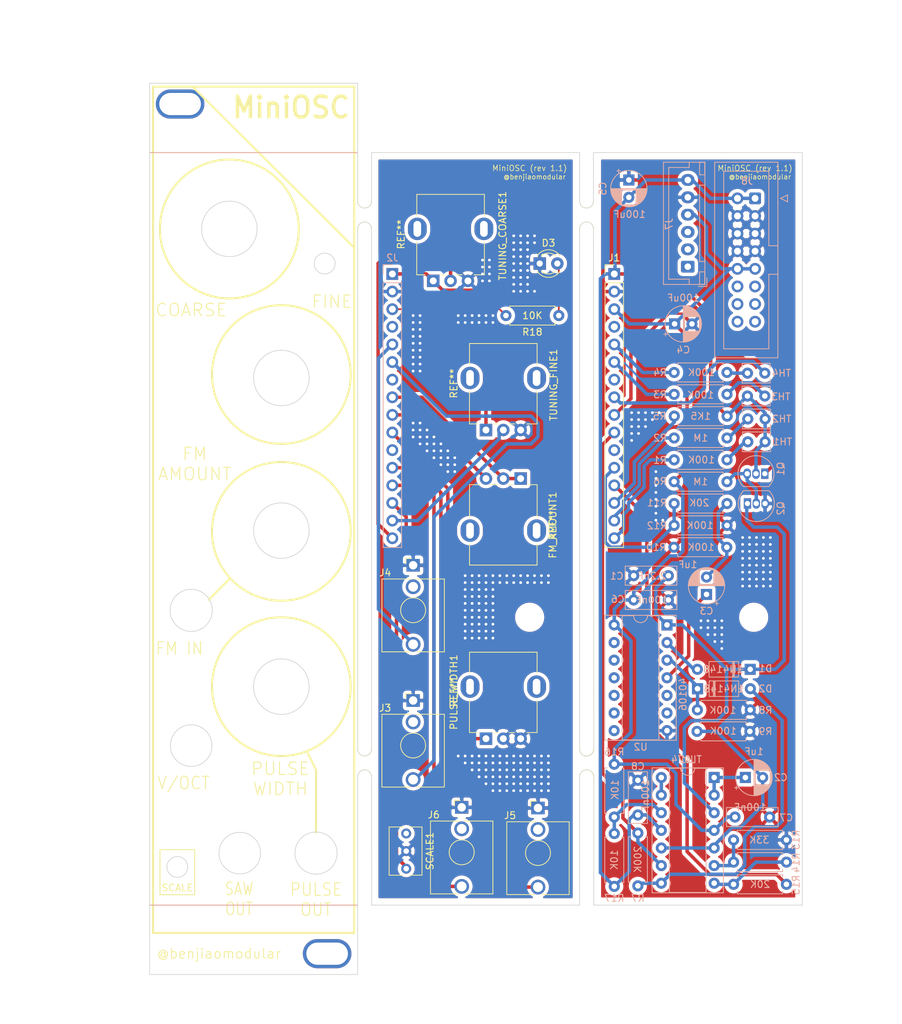
<source format=kicad_pcb>
(kicad_pcb (version 20171130) (host pcbnew 5.1.9+dfsg1-1~bpo10+1)
  (layers (0 F.Cu signal) (31 B.Cu signal) (34 B.Paste user) (35 F.Paste user) (36 B.SilkS user) (37 F.SilkS user) (38 B.Mask user) (39 F.Mask user) (44 Edge.Cuts user))
  (net 0 "")
  (net 1 Earth)
  (net 2 "Net-(C1-Pad1)")
  (net 3 "Net-(C2-Pad2)")
  (net 4 "Net-(C2-Pad1)")
  (net 5 "Net-(C3-Pad1)")
  (net 6 "Net-(C3-Pad2)")
  (net 7 +12V)
  (net 8 -12V)
  (net 9 "Net-(D1-Pad2)")
  (net 10 "Net-(D2-Pad2)")
  (net 11 "Net-(D2-Pad1)")
  (net 12 GND1)
  (net 13 "Net-(D3-Pad2)")
  (net 14 /FrontPanel/FP_FM_AMT_P2)
  (net 15 /FrontPanel/FP_FM_AMT_P3)
  (net 16 "Net-(J1-Pad16)")
  (net 17 "Net-(J1-Pad15)")
  (net 18 SCALE)
  (net 19 "Net-(J1-Pad6)")
  (net 20 "Net-(J1-Pad5)")
  (net 21 FP_12V_NEG)
  (net 22 /FrontPanel/FP_12V_POS)
  (net 23 /FrontPanel/FP_FM_IN)
  (net 24 /FrontPanel/FP_V_OCT_IN)
  (net 25 /FrontPanel/FP_SCALE)
  (net 26 /FrontPanel/FP_FINE)
  (net 27 /FrontPanel/FP_COARSE)
  (net 28 PULSE_OUT)
  (net 29 SAW_OUT)
  (net 30 /FrontPanel/FP_PULSE_WIDTH)
  (net 31 "Net-(Q1-Pad3)")
  (net 32 "Net-(R1-Pad1)")
  (net 33 "Net-(R2-Pad1)")
  (net 34 "Net-(R3-Pad1)")
  (net 35 "Net-(R4-Pad1)")
  (net 36 "Net-(R13-Pad1)")
  (net 37 "Net-(R14-Pad2)")
  (net 38 "Net-(R16-Pad1)")
  (net 39 "Net-(U1-Pad13)")
  (net 40 FM_AMT_P2)
  (net 41 FM_AMT_P3)
  (net 42 PULSE_WIDTH)
  (net 43 /FrontPanel/FP_SAW_OUT)
  (net 44 /FrontPanel/FP_PULSE_OUT)
  (net 45 "Net-(J8-Pad11)")
  (net 46 "Net-(J8-Pad13)")
  (net 47 "Net-(J8-Pad15)")
  (module benjiaomodular:MountingHole_M3 (layer F.Cu) (at 65.6 170.5)
    (fp_text reference REF** (at 0 0.5) (layer F.SilkS))
    (fp_text value MountingHole_M3)
    (pad 1 thru_hole oval (at 0 0) (size 7 4.2) (drill oval 6 3.2) (layers *.Cu *.Mask))
  )
  (module benjiaomodular:MountingHole_M3 (layer F.Cu) (at 44.4 48)
    (fp_text reference REF** (at 0 0.5) (layer F.SilkS))
    (fp_text value MountingHole_M3)
    (pad 1 thru_hole oval (at 0 0) (size 7 4.2) (drill oval 6 3.2) (layers *.Cu *.Mask))
  )
  (module benjiaomodular:Potentiometer_RV09 (layer F.Cu) (at 93.5 102 270)
    (fp_text reference FM_AMOUNT1 (at 6.71 -4.64 270) (layer F.SilkS))
    (fp_text value 1M)
    (fp_text user REF** (at 6.71 -4.64 270) (layer F.SilkS))
    (pad "" thru_hole oval (at 7.5 -2.3) (size 2.72 3.24) (drill oval 1.1 2.3) (layers *.Cu *.Mask))
    (pad "" thru_hole oval (at 7.5 7.3) (size 2.72 3.24) (drill oval 1.1 2.3) (layers *.Cu *.Mask))
    (pad 2 thru_hole circle (at 0 2.5) (size 1.8 1.8) (drill 1) (layers *.Cu *.Mask) (net 14 /FrontPanel/FP_FM_AMT_P2))
    (pad 3 thru_hole circle (at 0 5) (size 1.8 1.8) (drill 1) (layers *.Cu *.Mask) (net 15 /FrontPanel/FP_FM_AMT_P3))
    (pad 1 thru_hole rect (at 0 0) (size 1.8 1.8) (drill 1) (layers *.Cu *.Mask) (net 14 /FrontPanel/FP_FM_AMT_P2))
  )
  (module benjiaomodular:Potentiometer_RV09 (layer F.Cu) (at 88.5 139.5 90)
    (fp_text reference PULSE_WIDTH1 (at 6.71 -4.64 270) (layer F.SilkS))
    (fp_text value 100K)
    (fp_text user REF** (at 6.71 -4.64 270) (layer F.SilkS))
    (pad "" thru_hole oval (at 7.5 -2.3 180) (size 2.72 3.24) (drill oval 1.1 2.3) (layers *.Cu *.Mask))
    (pad "" thru_hole oval (at 7.5 7.3 180) (size 2.72 3.24) (drill oval 1.1 2.3) (layers *.Cu *.Mask))
    (pad 2 thru_hole circle (at 0 2.5 180) (size 1.8 1.8) (drill 1) (layers *.Cu *.Mask) (net 12 GND1))
    (pad 3 thru_hole circle (at 0 5 180) (size 1.8 1.8) (drill 1) (layers *.Cu *.Mask) (net 12 GND1))
    (pad 1 thru_hole rect (at 0 0 180) (size 1.8 1.8) (drill 1) (layers *.Cu *.Mask) (net 30 /FrontPanel/FP_PULSE_WIDTH))
  )
  (module benjiaomodular:Potentiometer_RV09 (layer F.Cu) (at 80.9 73.5 90)
    (fp_text reference TUNING_COARSE1 (at 6.5 10 270) (layer F.SilkS))
    (fp_text value 100K)
    (fp_text user REF** (at 6.71 -4.64 270) (layer F.SilkS))
    (pad "" thru_hole oval (at 7.5 -2.3 180) (size 2.72 3.24) (drill oval 1.1 2.3) (layers *.Cu *.Mask))
    (pad "" thru_hole oval (at 7.5 7.3 180) (size 2.72 3.24) (drill oval 1.1 2.3) (layers *.Cu *.Mask))
    (pad 2 thru_hole circle (at 0 2.5 180) (size 1.8 1.8) (drill 1) (layers *.Cu *.Mask) (net 27 /FrontPanel/FP_COARSE))
    (pad 3 thru_hole circle (at 0 5 180) (size 1.8 1.8) (drill 1) (layers *.Cu *.Mask) (net 12 GND1))
    (pad 1 thru_hole rect (at 0 0 180) (size 1.8 1.8) (drill 1) (layers *.Cu *.Mask) (net 21 FP_12V_NEG))
  )
  (module benjiaomodular:Potentiometer_RV09 (layer F.Cu) (at 88.5 95 90)
    (fp_text reference TUNING_FINE1 (at 6.5 9.75 270) (layer F.SilkS))
    (fp_text value 100K)
    (fp_text user REF** (at 6.71 -4.64 270) (layer F.SilkS))
    (pad "" thru_hole oval (at 7.5 -2.3 180) (size 2.72 3.24) (drill oval 1.1 2.3) (layers *.Cu *.Mask))
    (pad "" thru_hole oval (at 7.5 7.3 180) (size 2.72 3.24) (drill oval 1.1 2.3) (layers *.Cu *.Mask))
    (pad 2 thru_hole circle (at 0 2.5 180) (size 1.8 1.8) (drill 1) (layers *.Cu *.Mask) (net 26 /FrontPanel/FP_FINE))
    (pad 3 thru_hole circle (at 0 5 180) (size 1.8 1.8) (drill 1) (layers *.Cu *.Mask) (net 12 GND1))
    (pad 1 thru_hole rect (at 0 0 180) (size 1.8 1.8) (drill 1) (layers *.Cu *.Mask) (net 21 FP_12V_NEG))
  )
  (module Panelization:mouse-bite-2mm-slot (layer F.Cu) (at 71 64 90)
    (fp_text reference mouse-bite-2mm-slot hide)
    (fp_text value VAL** hide)
    (pad "" np_thru_hole circle (at 0 -0.75 90) (size 0.5 0.5) (drill 0.5) (layers *.Cu *.Mask))
    (pad "" np_thru_hole circle (at 0 0.75 90) (size 0.5 0.5) (drill 0.5) (layers *.Cu *.Mask))
    (pad "" np_thru_hole circle (at 0.75 -0.75 90) (size 0.5 0.5) (drill 0.5) (layers *.Cu *.Mask))
    (pad "" np_thru_hole circle (at -0.75 -0.75 90) (size 0.5 0.5) (drill 0.5) (layers *.Cu *.Mask))
    (pad "" np_thru_hole circle (at -0.75 0.75 90) (size 0.5 0.5) (drill 0.5) (layers *.Cu *.Mask))
    (pad "" np_thru_hole circle (at 0.75 0.75 90) (size 0.5 0.5) (drill 0.5) (layers *.Cu *.Mask))
  )
  (module Panelization:mouse-bite-2mm-slot (layer F.Cu) (at 103 64 90)
    (fp_text reference mouse-bite-2mm-slot hide)
    (fp_text value VAL** hide)
    (pad "" np_thru_hole circle (at 0 -0.75 90) (size 0.5 0.5) (drill 0.5) (layers *.Cu *.Mask))
    (pad "" np_thru_hole circle (at 0 0.75 90) (size 0.5 0.5) (drill 0.5) (layers *.Cu *.Mask))
    (pad "" np_thru_hole circle (at 0.75 -0.75 90) (size 0.5 0.5) (drill 0.5) (layers *.Cu *.Mask))
    (pad "" np_thru_hole circle (at -0.75 -0.75 90) (size 0.5 0.5) (drill 0.5) (layers *.Cu *.Mask))
    (pad "" np_thru_hole circle (at -0.75 0.75 90) (size 0.5 0.5) (drill 0.5) (layers *.Cu *.Mask))
    (pad "" np_thru_hole circle (at 0.75 0.75 90) (size 0.5 0.5) (drill 0.5) (layers *.Cu *.Mask))
  )
  (module MountingHole:MountingHole_3.2mm_M3 (layer F.Cu) (at 94.8 122)
    (fp_text reference REF** hide)
    (fp_text value MountingHole_3.2mm_M3)
    (pad 1 np_thru_hole circle (at 0 0) (size 3.2 3.2) (drill 3.2) (layers *.Cu *.Mask))
  )
  (module Panelization:mouse-bite-2mm-slot (layer F.Cu) (at 103 143 90)
    (fp_text reference mouse-bite-2mm-slot hide)
    (fp_text value VAL** hide)
    (pad "" np_thru_hole circle (at 0.75 0.75 90) (size 0.5 0.5) (drill 0.5) (layers *.Cu *.Mask))
    (pad "" np_thru_hole circle (at -0.75 0.75 90) (size 0.5 0.5) (drill 0.5) (layers *.Cu *.Mask))
    (pad "" np_thru_hole circle (at -0.75 -0.75 90) (size 0.5 0.5) (drill 0.5) (layers *.Cu *.Mask))
    (pad "" np_thru_hole circle (at 0.75 -0.75 90) (size 0.5 0.5) (drill 0.5) (layers *.Cu *.Mask))
    (pad "" np_thru_hole circle (at 0 0.75 90) (size 0.5 0.5) (drill 0.5) (layers *.Cu *.Mask))
    (pad "" np_thru_hole circle (at 0 -0.75 90) (size 0.5 0.5) (drill 0.5) (layers *.Cu *.Mask))
  )
  (module Panelization:mouse-bite-2mm-slot (layer F.Cu) (at 71 143 90)
    (fp_text reference mouse-bite-2mm-slot hide)
    (fp_text value VAL** hide)
    (pad "" np_thru_hole circle (at 0.75 0.75 90) (size 0.5 0.5) (drill 0.5) (layers *.Cu *.Mask))
    (pad "" np_thru_hole circle (at -0.75 0.75 90) (size 0.5 0.5) (drill 0.5) (layers *.Cu *.Mask))
    (pad "" np_thru_hole circle (at -0.75 -0.75 90) (size 0.5 0.5) (drill 0.5) (layers *.Cu *.Mask))
    (pad "" np_thru_hole circle (at 0.75 -0.75 90) (size 0.5 0.5) (drill 0.5) (layers *.Cu *.Mask))
    (pad "" np_thru_hole circle (at 0 0.75 90) (size 0.5 0.5) (drill 0.5) (layers *.Cu *.Mask))
    (pad "" np_thru_hole circle (at 0 -0.75 90) (size 0.5 0.5) (drill 0.5) (layers *.Cu *.Mask))
  )
  (module MountingHole:MountingHole_3.2mm_M3 (layer F.Cu) (at 127.1 122)
    (fp_text reference REF** hide)
    (fp_text value MountingHole_3.2mm_M3)
    (pad 1 np_thru_hole circle (at 0 0) (size 3.2 3.2) (drill 3.2) (layers *.Cu *.Mask))
  )
  (module Connector_PinSocket_2.54mm:PinSocket_1x16_P2.54mm_Vertical (layer B.Cu) (at 75 72.5 180)
    (fp_text reference J2 (at 0 2.33) (layer B.SilkS) (effects (justify mirror)))
    (fp_text value Conn_01x16_Male)
    (pad 16 thru_hole oval (at 0 -38.1 180) (size 1.7 1.7) (drill 1) (layers *.Cu *.Mask) (net 27 /FrontPanel/FP_COARSE))
    (pad 15 thru_hole oval (at 0 -35.56 180) (size 1.7 1.7) (drill 1) (layers *.Cu *.Mask) (net 26 /FrontPanel/FP_FINE))
    (pad 14 thru_hole oval (at 0 -33.02 180) (size 1.7 1.7) (drill 1) (layers *.Cu *.Mask) (net 25 /FrontPanel/FP_SCALE))
    (pad 13 thru_hole oval (at 0 -30.48 180) (size 1.7 1.7) (drill 1) (layers *.Cu *.Mask) (net 43 /FrontPanel/FP_SAW_OUT))
    (pad 12 thru_hole oval (at 0 -27.94 180) (size 1.7 1.7) (drill 1) (layers *.Cu *.Mask) (net 44 /FrontPanel/FP_PULSE_OUT))
    (pad 11 thru_hole oval (at 0 -25.4 180) (size 1.7 1.7) (drill 1) (layers *.Cu *.Mask))
    (pad 10 thru_hole oval (at 0 -22.86 180) (size 1.7 1.7) (drill 1) (layers *.Cu *.Mask) (net 30 /FrontPanel/FP_PULSE_WIDTH))
    (pad 9 thru_hole oval (at 0 -20.32 180) (size 1.7 1.7) (drill 1) (layers *.Cu *.Mask) (net 15 /FrontPanel/FP_FM_AMT_P3))
    (pad 8 thru_hole oval (at 0 -17.78 180) (size 1.7 1.7) (drill 1) (layers *.Cu *.Mask) (net 14 /FrontPanel/FP_FM_AMT_P2))
    (pad 7 thru_hole oval (at 0 -15.24 180) (size 1.7 1.7) (drill 1) (layers *.Cu *.Mask))
    (pad 6 thru_hole oval (at 0 -12.7 180) (size 1.7 1.7) (drill 1) (layers *.Cu *.Mask) (net 24 /FrontPanel/FP_V_OCT_IN))
    (pad 5 thru_hole oval (at 0 -10.16 180) (size 1.7 1.7) (drill 1) (layers *.Cu *.Mask) (net 23 /FrontPanel/FP_FM_IN))
    (pad 4 thru_hole oval (at 0 -7.62 180) (size 1.7 1.7) (drill 1) (layers *.Cu *.Mask))
    (pad 3 thru_hole oval (at 0 -5.08 180) (size 1.7 1.7) (drill 1) (layers *.Cu *.Mask) (net 22 /FrontPanel/FP_12V_POS))
    (pad 2 thru_hole oval (at 0 -2.54 180) (size 1.7 1.7) (drill 1) (layers *.Cu *.Mask) (net 12 GND1))
    (pad 1 thru_hole rect (at 0 0 180) (size 1.7 1.7) (drill 1) (layers *.Cu *.Mask) (net 21 FP_12V_NEG))
  )
  (module Potentiometer_THT:Potentiometer_Bourns_3266Y_Vertical (layer F.Cu) (at 77 158.25 270)
    (fp_text reference SCALE1 (at -2.54 -3.41 90) (layer F.SilkS))
    (fp_text value 1K)
    (pad 3 thru_hole circle (at -5.08 0 270) (size 1.44 1.44) (drill 0.8) (layers *.Cu *.Mask))
    (pad 2 thru_hole circle (at -2.54 0 270) (size 1.44 1.44) (drill 0.8) (layers *.Cu *.Mask) (net 12 GND1))
    (pad 1 thru_hole circle (at 0 0 270) (size 1.44 1.44) (drill 0.8) (layers *.Cu *.Mask) (net 25 /FrontPanel/FP_SCALE))
  )
  (module Capacitor_THT:C_Rect_L7.2mm_W2.5mm_P5.00mm_FKS2_FKP2_MKS2_MKP2 (layer B.Cu) (at 114.8 116 180)
    (fp_text reference C1 (at 7.45 -0.05) (layer B.SilkS) (effects (justify mirror)))
    (fp_text value 2.2nF (at 2.35 -0.05) (layer B.SilkS) (effects (justify mirror)))
    (pad 2 thru_hole circle (at 5 0 180) (size 1.6 1.6) (drill 0.8) (layers *.Cu *.Mask) (net 1 Earth))
    (pad 1 thru_hole circle (at 0 0 180) (size 1.6 1.6) (drill 0.8) (layers *.Cu *.Mask) (net 2 "Net-(C1-Pad1)"))
  )
  (module Capacitor_THT:CP_Radial_D5.0mm_P2.50mm (layer B.Cu) (at 125.9 145.1)
    (fp_text reference C2 (at 5.1 0) (layer B.SilkS) (effects (justify mirror)))
    (fp_text value 1uF (at 1.25 -3.75) (layer B.SilkS) (effects (justify mirror)))
    (pad 2 thru_hole circle (at 2.5 0) (size 1.6 1.6) (drill 0.8) (layers *.Cu *.Mask) (net 3 "Net-(C2-Pad2)"))
    (pad 1 thru_hole rect (at 0 0) (size 1.6 1.6) (drill 0.8) (layers *.Cu *.Mask) (net 4 "Net-(C2-Pad1)"))
  )
  (module Capacitor_THT:CP_Radial_D5.0mm_P2.50mm (layer B.Cu) (at 120.3 118.7 90)
    (fp_text reference C3 (at -2.4 0 180) (layer B.SilkS) (effects (justify mirror)))
    (fp_text value 1uF (at 4.3 -2.7 180) (layer B.SilkS) (effects (justify mirror)))
    (pad 1 thru_hole rect (at 0 0 90) (size 1.6 1.6) (drill 0.8) (layers *.Cu *.Mask) (net 5 "Net-(C3-Pad1)"))
    (pad 2 thru_hole circle (at 2.5 0 90) (size 1.6 1.6) (drill 0.8) (layers *.Cu *.Mask) (net 6 "Net-(C3-Pad2)"))
  )
  (module Capacitor_THT:C_Rect_L7.2mm_W2.5mm_P5.00mm_FKS2_FKP2_MKS2_MKP2 (layer B.Cu) (at 109.8 119.5)
    (fp_text reference C6 (at -2.3 -0.1) (layer B.SilkS) (effects (justify mirror)))
    (fp_text value 100nF (at 2.6 0) (layer B.SilkS) (effects (justify mirror)))
    (pad 1 thru_hole circle (at 0 0) (size 1.6 1.6) (drill 0.8) (layers *.Cu *.Mask) (net 7 +12V))
    (pad 2 thru_hole circle (at 5 0) (size 1.6 1.6) (drill 0.8) (layers *.Cu *.Mask) (net 1 Earth))
  )
  (module Capacitor_THT:C_Rect_L7.2mm_W2.5mm_P5.00mm_FKS2_FKP2_MKS2_MKP2 (layer B.Cu) (at 124.4 150.8)
    (fp_text reference C7 (at 7.4 0.1) (layer B.SilkS) (effects (justify mirror)))
    (fp_text value 100nF (at 2.2 -1.4) (layer B.SilkS) (effects (justify mirror)))
    (pad 1 thru_hole circle (at 0 0) (size 1.6 1.6) (drill 0.8) (layers *.Cu *.Mask) (net 7 +12V))
    (pad 2 thru_hole circle (at 5 0) (size 1.6 1.6) (drill 0.8) (layers *.Cu *.Mask) (net 1 Earth))
  )
  (module Capacitor_THT:C_Rect_L7.2mm_W2.5mm_P5.00mm_FKS2_FKP2_MKS2_MKP2 (layer B.Cu) (at 110.4 145.5 270)
    (fp_text reference C8 (at -2 0 180) (layer B.SilkS) (effects (justify mirror)))
    (fp_text value 100nF (at 2.2 -1.1 90) (layer B.SilkS) (effects (justify mirror)))
    (pad 2 thru_hole circle (at 5 0 270) (size 1.6 1.6) (drill 0.8) (layers *.Cu *.Mask) (net 8 -12V))
    (pad 1 thru_hole circle (at 0 0 270) (size 1.6 1.6) (drill 0.8) (layers *.Cu *.Mask) (net 1 Earth))
  )
  (module Diode_THT:D_DO-35_SOD27_P7.62mm_Horizontal (layer B.Cu) (at 126.6 129.5 180)
    (fp_text reference D1 (at -2.2 0.1) (layer B.SilkS) (effects (justify mirror)))
    (fp_text value 1N4148 (at 3.9 0) (layer B.SilkS) (effects (justify mirror)))
    (pad 1 thru_hole rect (at 0 0 180) (size 1.6 1.6) (drill 0.8) (layers *.Cu *.Mask) (net 2 "Net-(C1-Pad1)"))
    (pad 2 thru_hole oval (at 7.62 0 180) (size 1.6 1.6) (drill 0.8) (layers *.Cu *.Mask) (net 9 "Net-(D1-Pad2)"))
  )
  (module Diode_THT:D_DO-35_SOD27_P7.62mm_Horizontal (layer B.Cu) (at 119 132.3)
    (fp_text reference D2 (at 9.8 0) (layer B.SilkS) (effects (justify mirror)))
    (fp_text value 1N4148 (at 3.8 0) (layer B.SilkS) (effects (justify mirror)))
    (pad 2 thru_hole oval (at 7.62 0) (size 1.6 1.6) (drill 0.8) (layers *.Cu *.Mask) (net 10 "Net-(D2-Pad2)"))
    (pad 1 thru_hole rect (at 0 0) (size 1.6 1.6) (drill 0.8) (layers *.Cu *.Mask) (net 11 "Net-(D2-Pad1)"))
  )
  (module LED_THT:LED_D3.0mm (layer F.Cu) (at 96.25 71)
    (fp_text reference D3 (at 1.27 -2.96) (layer F.SilkS))
    (fp_text value LED)
    (pad 1 thru_hole rect (at 0 0) (size 1.8 1.8) (drill 0.9) (layers *.Cu *.Mask) (net 12 GND1))
    (pad 2 thru_hole circle (at 2.54 0) (size 1.8 1.8) (drill 0.9) (layers *.Cu *.Mask) (net 13 "Net-(D3-Pad2)"))
  )
  (module Connector_Audio:Jack_3.5mm_QingPu_WQP-PJ398SM_Vertical_CircularHoles (layer F.Cu) (at 78 134)
    (fp_text reference J3 (at -4.03 1.08 180) (layer F.SilkS))
    (fp_text value V_OCT_IN)
    (pad TN thru_hole circle (at 0 3.1 180) (size 2.13 2.13) (drill 1.42) (layers *.Cu *.Mask))
    (pad S thru_hole rect (at 0 0 180) (size 1.93 1.83) (drill 1.22) (layers *.Cu *.Mask) (net 12 GND1))
    (pad T thru_hole circle (at 0 11.4 180) (size 2.13 2.13) (drill 1.43) (layers *.Cu *.Mask) (net 24 /FrontPanel/FP_V_OCT_IN))
  )
  (module Connector_Audio:Jack_3.5mm_QingPu_WQP-PJ398SM_Vertical_CircularHoles (layer F.Cu) (at 78 114.5)
    (fp_text reference J4 (at -4.03 1.08 180) (layer F.SilkS))
    (fp_text value FM_IN)
    (pad T thru_hole circle (at 0 11.4 180) (size 2.13 2.13) (drill 1.43) (layers *.Cu *.Mask) (net 23 /FrontPanel/FP_FM_IN))
    (pad S thru_hole rect (at 0 0 180) (size 1.93 1.83) (drill 1.22) (layers *.Cu *.Mask) (net 12 GND1))
    (pad TN thru_hole circle (at 0 3.1 180) (size 2.13 2.13) (drill 1.42) (layers *.Cu *.Mask))
  )
  (module Connector_Audio:Jack_3.5mm_QingPu_WQP-PJ398SM_Vertical_CircularHoles (layer F.Cu) (at 96 149.5)
    (fp_text reference J5 (at -4.03 1.08 180) (layer F.SilkS))
    (fp_text value PULSE_OUT)
    (pad TN thru_hole circle (at 0 3.1 180) (size 2.13 2.13) (drill 1.42) (layers *.Cu *.Mask))
    (pad S thru_hole rect (at 0 0 180) (size 1.93 1.83) (drill 1.22) (layers *.Cu *.Mask) (net 12 GND1))
    (pad T thru_hole circle (at 0 11.4 180) (size 2.13 2.13) (drill 1.43) (layers *.Cu *.Mask) (net 44 /FrontPanel/FP_PULSE_OUT))
  )
  (module Connector_Audio:Jack_3.5mm_QingPu_WQP-PJ398SM_Vertical_CircularHoles (layer F.Cu) (at 85 149.4)
    (fp_text reference J6 (at -4.03 1.08 180) (layer F.SilkS))
    (fp_text value SAW_OUT)
    (pad T thru_hole circle (at 0 11.4 180) (size 2.13 2.13) (drill 1.43) (layers *.Cu *.Mask) (net 43 /FrontPanel/FP_SAW_OUT))
    (pad S thru_hole rect (at 0 0 180) (size 1.93 1.83) (drill 1.22) (layers *.Cu *.Mask) (net 12 GND1))
    (pad TN thru_hole circle (at 0 3.1 180) (size 2.13 2.13) (drill 1.42) (layers *.Cu *.Mask))
  )
  (module Connector_JST:JST_XH_B6B-XH-A_1x06_P2.50mm_Vertical (layer B.Cu) (at 117.6 71.45 90)
    (fp_text reference J7 (at 6.15 -2.7 270) (layer B.SilkS) (effects (justify mirror)))
    (fp_text value JST_BUS)
    (pad 1 thru_hole roundrect (at 0 0 90) (size 1.7 1.95) (drill 0.95) (layers *.Cu *.Mask) (roundrect_rratio 0.1470588235294118))
    (pad 2 thru_hole oval (at 2.5 0 90) (size 1.7 1.95) (drill 0.95) (layers *.Cu *.Mask))
    (pad 3 thru_hole oval (at 5 0 90) (size 1.7 1.95) (drill 0.95) (layers *.Cu *.Mask))
    (pad 4 thru_hole oval (at 7.5 0 90) (size 1.7 1.95) (drill 0.95) (layers *.Cu *.Mask) (net 7 +12V))
    (pad 5 thru_hole oval (at 10 0 90) (size 1.7 1.95) (drill 0.95) (layers *.Cu *.Mask) (net 1 Earth))
    (pad 6 thru_hole oval (at 12.5 0 90) (size 1.7 1.95) (drill 0.95) (layers *.Cu *.Mask) (net 8 -12V))
  )
  (module Connector_IDC:IDC-Header_2x08_P2.54mm_Vertical (layer B.Cu) (at 127.3 61.6 180)
    (fp_text reference J8 (at 1.15 2.5) (layer B.SilkS) (effects (justify mirror)))
    (fp_text value IDC_BUS)
    (pad 1 thru_hole roundrect (at 0 0 180) (size 1.7 1.7) (drill 1) (layers *.Cu *.Mask) (roundrect_rratio 0.1470588235294118) (net 8 -12V))
    (pad 3 thru_hole circle (at 0 -2.54 180) (size 1.7 1.7) (drill 1) (layers *.Cu *.Mask) (net 1 Earth))
    (pad 5 thru_hole circle (at 0 -5.08 180) (size 1.7 1.7) (drill 1) (layers *.Cu *.Mask) (net 1 Earth))
    (pad 7 thru_hole circle (at 0 -7.62 180) (size 1.7 1.7) (drill 1) (layers *.Cu *.Mask) (net 1 Earth))
    (pad 9 thru_hole circle (at 0 -10.16 180) (size 1.7 1.7) (drill 1) (layers *.Cu *.Mask) (net 7 +12V))
    (pad 11 thru_hole circle (at 0 -12.7 180) (size 1.7 1.7) (drill 1) (layers *.Cu *.Mask) (net 45 "Net-(J8-Pad11)"))
    (pad 13 thru_hole circle (at 0 -15.24 180) (size 1.7 1.7) (drill 1) (layers *.Cu *.Mask) (net 46 "Net-(J8-Pad13)"))
    (pad 15 thru_hole circle (at 0 -17.78 180) (size 1.7 1.7) (drill 1) (layers *.Cu *.Mask) (net 47 "Net-(J8-Pad15)"))
    (pad 2 thru_hole circle (at 2.54 0 180) (size 1.7 1.7) (drill 1) (layers *.Cu *.Mask) (net 8 -12V))
    (pad 4 thru_hole circle (at 2.54 -2.54 180) (size 1.7 1.7) (drill 1) (layers *.Cu *.Mask) (net 1 Earth))
    (pad 6 thru_hole circle (at 2.54 -5.08 180) (size 1.7 1.7) (drill 1) (layers *.Cu *.Mask) (net 1 Earth))
    (pad 8 thru_hole circle (at 2.54 -7.62 180) (size 1.7 1.7) (drill 1) (layers *.Cu *.Mask) (net 1 Earth))
    (pad 10 thru_hole circle (at 2.54 -10.16 180) (size 1.7 1.7) (drill 1) (layers *.Cu *.Mask) (net 7 +12V))
    (pad 12 thru_hole circle (at 2.54 -12.7 180) (size 1.7 1.7) (drill 1) (layers *.Cu *.Mask) (net 45 "Net-(J8-Pad11)"))
    (pad 14 thru_hole circle (at 2.54 -15.24 180) (size 1.7 1.7) (drill 1) (layers *.Cu *.Mask) (net 46 "Net-(J8-Pad13)"))
    (pad 16 thru_hole circle (at 2.54 -17.78 180) (size 1.7 1.7) (drill 1) (layers *.Cu *.Mask) (net 47 "Net-(J8-Pad15)"))
  )
  (module Package_TO_SOT_THT:TO-92_Inline (layer B.Cu) (at 128.7 101.3 180)
    (fp_text reference Q1 (at -2.3 0.7 90) (layer B.SilkS) (effects (justify mirror)))
    (fp_text value BC558)
    (pad 1 thru_hole rect (at 0 0 180) (size 1.05 1.5) (drill 0.75) (layers *.Cu *.Mask) (net 8 -12V))
    (pad 3 thru_hole oval (at 2.54 0 180) (size 1.05 1.5) (drill 0.75) (layers *.Cu *.Mask) (net 31 "Net-(Q1-Pad3)"))
    (pad 2 thru_hole oval (at 1.27 0 180) (size 1.05 1.5) (drill 0.75) (layers *.Cu *.Mask) (net 41 FM_AMT_P3))
  )
  (module Package_TO_SOT_THT:TO-92_Inline (layer B.Cu) (at 126.2 105.6)
    (fp_text reference Q2 (at 4.8 0.7 270) (layer B.SilkS) (effects (justify mirror)))
    (fp_text value BC548)
    (pad 2 thru_hole oval (at 1.27 0) (size 1.05 1.5) (drill 0.75) (layers *.Cu *.Mask) (net 31 "Net-(Q1-Pad3)"))
    (pad 3 thru_hole oval (at 2.54 0) (size 1.05 1.5) (drill 0.75) (layers *.Cu *.Mask) (net 1 Earth))
    (pad 1 thru_hole rect (at 0 0) (size 1.05 1.5) (drill 0.75) (layers *.Cu *.Mask) (net 2 "Net-(C1-Pad1)"))
  )
  (module Resistor_THT:R_Axial_DIN0207_L6.3mm_D2.5mm_P7.62mm_Horizontal (layer B.Cu) (at 123.25 99.3 180)
    (fp_text reference R1 (at 9.65 -0.05) (layer B.SilkS) (effects (justify mirror)))
    (fp_text value 100K (at 3.7 0) (layer B.SilkS) (effects (justify mirror)))
    (pad 1 thru_hole circle (at 0 0 180) (size 1.6 1.6) (drill 0.8) (layers *.Cu *.Mask) (net 32 "Net-(R1-Pad1)"))
    (pad 2 thru_hole oval (at 7.62 0 180) (size 1.6 1.6) (drill 0.8) (layers *.Cu *.Mask) (net 16 "Net-(J1-Pad16)"))
  )
  (module Resistor_THT:R_Axial_DIN0207_L6.3mm_D2.5mm_P7.62mm_Horizontal (layer B.Cu) (at 123.25 96.15 180)
    (fp_text reference R2 (at 9.65 0) (layer B.SilkS) (effects (justify mirror)))
    (fp_text value 1M (at 3.8 0) (layer B.SilkS) (effects (justify mirror)))
    (pad 2 thru_hole oval (at 7.62 0 180) (size 1.6 1.6) (drill 0.8) (layers *.Cu *.Mask) (net 17 "Net-(J1-Pad15)"))
    (pad 1 thru_hole circle (at 0 0 180) (size 1.6 1.6) (drill 0.8) (layers *.Cu *.Mask) (net 33 "Net-(R2-Pad1)"))
  )
  (module Resistor_THT:R_Axial_DIN0207_L6.3mm_D2.5mm_P7.62mm_Horizontal (layer B.Cu) (at 123.25 89.85 180)
    (fp_text reference R3 (at 9.65 -0.05) (layer B.SilkS) (effects (justify mirror)))
    (fp_text value 100K (at 3.81 -0.1) (layer B.SilkS) (effects (justify mirror)))
    (pad 2 thru_hole oval (at 7.62 0 180) (size 1.6 1.6) (drill 0.8) (layers *.Cu *.Mask) (net 19 "Net-(J1-Pad6)"))
    (pad 1 thru_hole circle (at 0 0 180) (size 1.6 1.6) (drill 0.8) (layers *.Cu *.Mask) (net 34 "Net-(R3-Pad1)"))
  )
  (module Resistor_THT:R_Axial_DIN0207_L6.3mm_D2.5mm_P7.62mm_Horizontal (layer B.Cu) (at 123.25 86.7 180)
    (fp_text reference R4 (at 9.65 0) (layer B.SilkS) (effects (justify mirror)))
    (fp_text value 100K (at 3.7 0) (layer B.SilkS) (effects (justify mirror)))
    (pad 1 thru_hole circle (at 0 0 180) (size 1.6 1.6) (drill 0.8) (layers *.Cu *.Mask) (net 35 "Net-(R4-Pad1)"))
    (pad 2 thru_hole oval (at 7.62 0 180) (size 1.6 1.6) (drill 0.8) (layers *.Cu *.Mask) (net 20 "Net-(J1-Pad5)"))
  )
  (module Resistor_THT:R_Axial_DIN0207_L6.3mm_D2.5mm_P7.62mm_Horizontal (layer B.Cu) (at 115.65 93)
    (fp_text reference R5 (at -2.1 0) (layer B.SilkS) (effects (justify mirror)))
    (fp_text value 1K5 (at 3.8 0) (layer B.SilkS) (effects (justify mirror)))
    (pad 2 thru_hole oval (at 7.62 0) (size 1.6 1.6) (drill 0.8) (layers *.Cu *.Mask) (net 41 FM_AMT_P3))
    (pad 1 thru_hole circle (at 0 0) (size 1.6 1.6) (drill 0.8) (layers *.Cu *.Mask) (net 18 SCALE))
  )
  (module Resistor_THT:R_Axial_DIN0207_L6.3mm_D2.5mm_P7.62mm_Horizontal (layer B.Cu) (at 123.25 102.45 180)
    (fp_text reference R6 (at 9.65 0.05) (layer B.SilkS) (effects (justify mirror)))
    (fp_text value 1M (at 3.81 0) (layer B.SilkS) (effects (justify mirror)))
    (pad 1 thru_hole circle (at 0 0 180) (size 1.6 1.6) (drill 0.8) (layers *.Cu *.Mask) (net 31 "Net-(Q1-Pad3)"))
    (pad 2 thru_hole oval (at 7.62 0 180) (size 1.6 1.6) (drill 0.8) (layers *.Cu *.Mask) (net 7 +12V))
  )
  (module Resistor_THT:R_Axial_DIN0207_L6.3mm_D2.5mm_P7.62mm_Horizontal (layer B.Cu) (at 110.4 153.1 270)
    (fp_text reference R7 (at 9.4 0) (layer B.SilkS) (effects (justify mirror)))
    (fp_text value 200K (at 3.8 0 90) (layer B.SilkS) (effects (justify mirror)))
    (pad 1 thru_hole circle (at 0 0 270) (size 1.6 1.6) (drill 0.8) (layers *.Cu *.Mask) (net 42 PULSE_WIDTH))
    (pad 2 thru_hole oval (at 7.62 0 270) (size 1.6 1.6) (drill 0.8) (layers *.Cu *.Mask) (net 10 "Net-(D2-Pad2)"))
  )
  (module Resistor_THT:R_Axial_DIN0207_L6.3mm_D2.5mm_P7.62mm_Horizontal (layer B.Cu) (at 126.6 135.35 180)
    (fp_text reference R8 (at -2.2 -0.05) (layer B.SilkS) (effects (justify mirror)))
    (fp_text value 100K (at 3.95 -0.05) (layer B.SilkS) (effects (justify mirror)))
    (pad 2 thru_hole oval (at 7.62 0 180) (size 1.6 1.6) (drill 0.8) (layers *.Cu *.Mask) (net 11 "Net-(D2-Pad1)"))
    (pad 1 thru_hole circle (at 0 0 180) (size 1.6 1.6) (drill 0.8) (layers *.Cu *.Mask) (net 1 Earth))
  )
  (module Resistor_THT:R_Axial_DIN0207_L6.3mm_D2.5mm_P7.62mm_Horizontal (layer B.Cu) (at 126.55 138.45 180)
    (fp_text reference R9 (at -2.25 0) (layer B.SilkS) (effects (justify mirror)))
    (fp_text value 100K (at 3.85 0.05) (layer B.SilkS) (effects (justify mirror)))
    (pad 1 thru_hole circle (at 0 0 180) (size 1.6 1.6) (drill 0.8) (layers *.Cu *.Mask) (net 1 Earth))
    (pad 2 thru_hole oval (at 7.62 0 180) (size 1.6 1.6) (drill 0.8) (layers *.Cu *.Mask) (net 3 "Net-(C2-Pad2)"))
  )
  (module Resistor_THT:R_Axial_DIN0207_L6.3mm_D2.5mm_P7.62mm_Horizontal (layer B.Cu) (at 115.6 111.9)
    (fp_text reference R10 (at -2.55 0) (layer B.SilkS) (effects (justify mirror)))
    (fp_text value 100K (at 3.9 0) (layer B.SilkS) (effects (justify mirror)))
    (pad 1 thru_hole circle (at 0 0) (size 1.6 1.6) (drill 0.8) (layers *.Cu *.Mask) (net 1 Earth))
    (pad 2 thru_hole oval (at 7.62 0) (size 1.6 1.6) (drill 0.8) (layers *.Cu *.Mask) (net 6 "Net-(C3-Pad2)"))
  )
  (module Resistor_THT:R_Axial_DIN0207_L6.3mm_D2.5mm_P7.62mm_Horizontal (layer B.Cu) (at 123.25 105.6 180)
    (fp_text reference R11 (at 10.1 0.1) (layer B.SilkS) (effects (justify mirror)))
    (fp_text value 20K (at 4 0.1) (layer B.SilkS) (effects (justify mirror)))
    (pad 2 thru_hole oval (at 7.62 0 180) (size 1.6 1.6) (drill 0.8) (layers *.Cu *.Mask) (net 28 PULSE_OUT))
    (pad 1 thru_hole circle (at 0 0 180) (size 1.6 1.6) (drill 0.8) (layers *.Cu *.Mask) (net 6 "Net-(C3-Pad2)"))
  )
  (module Resistor_THT:R_Axial_DIN0207_L6.3mm_D2.5mm_P7.62mm_Horizontal (layer B.Cu) (at 123.25 108.75 180)
    (fp_text reference R12 (at 10.1 -0.05) (layer B.SilkS) (effects (justify mirror)))
    (fp_text value 100K (at 3.9 0) (layer B.SilkS) (effects (justify mirror)))
    (pad 1 thru_hole circle (at 0 0 180) (size 1.6 1.6) (drill 0.8) (layers *.Cu *.Mask) (net 1 Earth))
    (pad 2 thru_hole oval (at 7.62 0 180) (size 1.6 1.6) (drill 0.8) (layers *.Cu *.Mask) (net 28 PULSE_OUT))
  )
  (module Resistor_THT:R_Axial_DIN0207_L6.3mm_D2.5mm_P7.62mm_Horizontal (layer B.Cu) (at 124.2 154.1)
    (fp_text reference R13 (at 9 0 90) (layer B.SilkS) (effects (justify mirror)))
    (fp_text value 33K (at 3.7 0) (layer B.SilkS) (effects (justify mirror)))
    (pad 1 thru_hole circle (at 0 0) (size 1.6 1.6) (drill 0.8) (layers *.Cu *.Mask) (net 36 "Net-(R13-Pad1)"))
    (pad 2 thru_hole oval (at 7.62 0) (size 1.6 1.6) (drill 0.8) (layers *.Cu *.Mask) (net 1 Earth))
  )
  (module Resistor_THT:R_Axial_DIN0207_L6.3mm_D2.5mm_P7.62mm_Horizontal (layer B.Cu) (at 124.2 157.3)
    (fp_text reference R14 (at 9 0.1 270) (layer B.SilkS) (effects (justify mirror)))
    (fp_text value 100K)
    (pad 2 thru_hole oval (at 7.62 0) (size 1.6 1.6) (drill 0.8) (layers *.Cu *.Mask) (net 37 "Net-(R14-Pad2)"))
    (pad 1 thru_hole circle (at 0 0) (size 1.6 1.6) (drill 0.8) (layers *.Cu *.Mask) (net 36 "Net-(R13-Pad1)"))
  )
  (module Resistor_THT:R_Axial_DIN0207_L6.3mm_D2.5mm_P7.62mm_Horizontal (layer B.Cu) (at 124.2 160.5)
    (fp_text reference R15 (at 9 0.1 90) (layer B.SilkS) (effects (justify mirror)))
    (fp_text value 20K (at 3.81 0) (layer B.SilkS) (effects (justify mirror)))
    (pad 2 thru_hole oval (at 7.62 0) (size 1.6 1.6) (drill 0.8) (layers *.Cu *.Mask) (net 29 SAW_OUT))
    (pad 1 thru_hole circle (at 0 0) (size 1.6 1.6) (drill 0.8) (layers *.Cu *.Mask) (net 37 "Net-(R14-Pad2)"))
  )
  (module Resistor_THT:R_Axial_DIN0207_L6.3mm_D2.5mm_P7.62mm_Horizontal (layer B.Cu) (at 107 150.8 90)
    (fp_text reference R16 (at 9.4 0 180) (layer B.SilkS) (effects (justify mirror)))
    (fp_text value 10K (at 3.9 0.1 90) (layer B.SilkS) (effects (justify mirror)))
    (pad 2 thru_hole oval (at 7.62 0 90) (size 1.6 1.6) (drill 0.8) (layers *.Cu *.Mask) (net 7 +12V))
    (pad 1 thru_hole circle (at 0 0 90) (size 1.6 1.6) (drill 0.8) (layers *.Cu *.Mask) (net 38 "Net-(R16-Pad1)"))
  )
  (module Resistor_THT:R_Axial_DIN0207_L6.3mm_D2.5mm_P7.62mm_Horizontal (layer B.Cu) (at 107 160.8 90)
    (fp_text reference R17 (at -1.7 0) (layer B.SilkS) (effects (justify mirror)))
    (fp_text value 10K (at 3.81 0 90) (layer B.SilkS) (effects (justify mirror)))
    (pad 1 thru_hole circle (at 0 0 90) (size 1.6 1.6) (drill 0.8) (layers *.Cu *.Mask) (net 8 -12V))
    (pad 2 thru_hole oval (at 7.62 0 90) (size 1.6 1.6) (drill 0.8) (layers *.Cu *.Mask) (net 38 "Net-(R16-Pad1)"))
  )
  (module Resistor_THT:R_Axial_DIN0207_L6.3mm_D2.5mm_P7.62mm_Horizontal (layer F.Cu) (at 99 78.5 180)
    (fp_text reference R18 (at 3.81 -2.37) (layer F.SilkS))
    (fp_text value 10K (at 3.81 0) (layer F.SilkS))
    (pad 2 thru_hole oval (at 7.62 0 180) (size 1.6 1.6) (drill 0.8) (layers *.Cu *.Mask) (net 22 /FrontPanel/FP_12V_POS))
    (pad 1 thru_hole circle (at 0 0 180) (size 1.6 1.6) (drill 0.8) (layers *.Cu *.Mask) (net 13 "Net-(D3-Pad2)"))
  )
  (module Capacitor_THT:C_Disc_D3.8mm_W2.6mm_P2.50mm (layer B.Cu) (at 128.75 96.7 180)
    (fp_text reference TH1 (at -2.5 0) (layer B.SilkS) (effects (justify mirror)))
    (fp_text value "10K NTC")
    (pad 2 thru_hole circle (at 2.5 0 180) (size 1.6 1.6) (drill 0.8) (layers *.Cu *.Mask) (net 32 "Net-(R1-Pad1)"))
    (pad 1 thru_hole circle (at 0 0 180) (size 1.6 1.6) (drill 0.8) (layers *.Cu *.Mask) (net 41 FM_AMT_P3))
  )
  (module Capacitor_THT:C_Disc_D3.8mm_W2.6mm_P2.50mm (layer B.Cu) (at 128.75 93.4 180)
    (fp_text reference TH2 (at -2.4 0) (layer B.SilkS) (effects (justify mirror)))
    (fp_text value "10K NTC")
    (pad 1 thru_hole circle (at 0 0 180) (size 1.6 1.6) (drill 0.8) (layers *.Cu *.Mask) (net 41 FM_AMT_P3))
    (pad 2 thru_hole circle (at 2.5 0 180) (size 1.6 1.6) (drill 0.8) (layers *.Cu *.Mask) (net 33 "Net-(R2-Pad1)"))
  )
  (module Capacitor_THT:C_Disc_D3.8mm_W2.6mm_P2.50mm (layer B.Cu) (at 126.2 90.1)
    (fp_text reference TH3 (at 4.8 0.1) (layer B.SilkS) (effects (justify mirror)))
    (fp_text value "10K NTC")
    (pad 2 thru_hole circle (at 2.5 0) (size 1.6 1.6) (drill 0.8) (layers *.Cu *.Mask) (net 34 "Net-(R3-Pad1)"))
    (pad 1 thru_hole circle (at 0 0) (size 1.6 1.6) (drill 0.8) (layers *.Cu *.Mask) (net 41 FM_AMT_P3))
  )
  (module Capacitor_THT:C_Disc_D3.8mm_W2.6mm_P2.50mm (layer B.Cu) (at 128.7 86.8 180)
    (fp_text reference TH4 (at -2.4 0) (layer B.SilkS) (effects (justify mirror)))
    (fp_text value "10K NTC")
    (pad 1 thru_hole circle (at 0 0 180) (size 1.6 1.6) (drill 0.8) (layers *.Cu *.Mask) (net 40 FM_AMT_P2))
    (pad 2 thru_hole circle (at 2.5 0 180) (size 1.6 1.6) (drill 0.8) (layers *.Cu *.Mask) (net 35 "Net-(R4-Pad1)"))
  )
  (module Package_DIP:DIP-14_W7.62mm_Socket (layer B.Cu) (at 121.4 145.1 180)
    (fp_text reference U1 (at 4 2.6) (layer B.SilkS) (effects (justify mirror)))
    (fp_text value TL074 (at 4 2.6) (layer B.SilkS) (effects (justify mirror)))
    (pad 14 thru_hole oval (at 7.62 0 180) (size 1.6 1.6) (drill 0.8) (layers *.Cu *.Mask) (net 39 "Net-(U1-Pad13)"))
    (pad 7 thru_hole oval (at 0 -15.24 180) (size 1.6 1.6) (drill 0.8) (layers *.Cu *.Mask) (net 37 "Net-(R14-Pad2)"))
    (pad 13 thru_hole oval (at 7.62 -2.54 180) (size 1.6 1.6) (drill 0.8) (layers *.Cu *.Mask) (net 39 "Net-(U1-Pad13)"))
    (pad 6 thru_hole oval (at 0 -12.7 180) (size 1.6 1.6) (drill 0.8) (layers *.Cu *.Mask) (net 36 "Net-(R13-Pad1)"))
    (pad 12 thru_hole oval (at 7.62 -5.08 180) (size 1.6 1.6) (drill 0.8) (layers *.Cu *.Mask) (net 38 "Net-(R16-Pad1)"))
    (pad 5 thru_hole oval (at 0 -10.16 180) (size 1.6 1.6) (drill 0.8) (layers *.Cu *.Mask) (net 3 "Net-(C2-Pad2)"))
    (pad 11 thru_hole oval (at 7.62 -7.62 180) (size 1.6 1.6) (drill 0.8) (layers *.Cu *.Mask) (net 8 -12V))
    (pad 4 thru_hole oval (at 0 -7.62 180) (size 1.6 1.6) (drill 0.8) (layers *.Cu *.Mask) (net 7 +12V))
    (pad 10 thru_hole oval (at 7.62 -10.16 180) (size 1.6 1.6) (drill 0.8) (layers *.Cu *.Mask) (net 3 "Net-(C2-Pad2)"))
    (pad 3 thru_hole oval (at 0 -5.08 180) (size 1.6 1.6) (drill 0.8) (layers *.Cu *.Mask) (net 2 "Net-(C1-Pad1)"))
    (pad 9 thru_hole oval (at 7.62 -12.7 180) (size 1.6 1.6) (drill 0.8) (layers *.Cu *.Mask) (net 42 PULSE_WIDTH))
    (pad 2 thru_hole oval (at 0 -2.54 180) (size 1.6 1.6) (drill 0.8) (layers *.Cu *.Mask) (net 4 "Net-(C2-Pad1)"))
    (pad 8 thru_hole oval (at 7.62 -15.24 180) (size 1.6 1.6) (drill 0.8) (layers *.Cu *.Mask) (net 10 "Net-(D2-Pad2)"))
    (pad 1 thru_hole rect (at 0 0 180) (size 1.6 1.6) (drill 0.8) (layers *.Cu *.Mask) (net 4 "Net-(C2-Pad1)"))
  )
  (module Package_DIP:DIP-14_W7.62mm_Socket (layer B.Cu) (at 114.6 123.1 180)
    (fp_text reference U2 (at 3.8 -17.6) (layer B.SilkS) (effects (justify mirror)))
    (fp_text value 40106 (at -2.3 -10 270) (layer B.SilkS) (effects (justify mirror)))
    (pad 1 thru_hole rect (at 0 0 180) (size 1.6 1.6) (drill 0.8) (layers *.Cu *.Mask) (net 2 "Net-(C1-Pad1)"))
    (pad 8 thru_hole oval (at 7.62 -15.24 180) (size 1.6 1.6) (drill 0.8) (layers *.Cu *.Mask))
    (pad 2 thru_hole oval (at 0 -2.54 180) (size 1.6 1.6) (drill 0.8) (layers *.Cu *.Mask) (net 9 "Net-(D1-Pad2)"))
    (pad 9 thru_hole oval (at 7.62 -12.7 180) (size 1.6 1.6) (drill 0.8) (layers *.Cu *.Mask))
    (pad 3 thru_hole oval (at 0 -5.08 180) (size 1.6 1.6) (drill 0.8) (layers *.Cu *.Mask) (net 11 "Net-(D2-Pad1)"))
    (pad 10 thru_hole oval (at 7.62 -10.16 180) (size 1.6 1.6) (drill 0.8) (layers *.Cu *.Mask))
    (pad 4 thru_hole oval (at 0 -7.62 180) (size 1.6 1.6) (drill 0.8) (layers *.Cu *.Mask) (net 5 "Net-(C3-Pad1)"))
    (pad 11 thru_hole oval (at 7.62 -7.62 180) (size 1.6 1.6) (drill 0.8) (layers *.Cu *.Mask))
    (pad 5 thru_hole oval (at 0 -10.16 180) (size 1.6 1.6) (drill 0.8) (layers *.Cu *.Mask))
    (pad 12 thru_hole oval (at 7.62 -5.08 180) (size 1.6 1.6) (drill 0.8) (layers *.Cu *.Mask))
    (pad 6 thru_hole oval (at 0 -12.7 180) (size 1.6 1.6) (drill 0.8) (layers *.Cu *.Mask))
    (pad 13 thru_hole oval (at 7.62 -2.54 180) (size 1.6 1.6) (drill 0.8) (layers *.Cu *.Mask))
    (pad 7 thru_hole oval (at 0 -15.24 180) (size 1.6 1.6) (drill 0.8) (layers *.Cu *.Mask) (net 1 Earth))
    (pad 14 thru_hole oval (at 7.62 0 180) (size 1.6 1.6) (drill 0.8) (layers *.Cu *.Mask) (net 7 +12V))
  )
  (module Connector_PinHeader_2.54mm:PinHeader_1x16_P2.54mm_Vertical (layer F.Cu) (at 107 72.5)
    (fp_text reference J1 (at 0 -2.33) (layer F.SilkS))
    (fp_text value Conn_01x16_Female)
    (pad 1 thru_hole rect (at 0 0) (size 1.7 1.7) (drill 1) (layers *.Cu *.Mask) (net 8 -12V))
    (pad 2 thru_hole oval (at 0 2.54) (size 1.7 1.7) (drill 1) (layers *.Cu *.Mask) (net 1 Earth))
    (pad 3 thru_hole oval (at 0 5.08) (size 1.7 1.7) (drill 1) (layers *.Cu *.Mask) (net 7 +12V))
    (pad 4 thru_hole oval (at 0 7.62) (size 1.7 1.7) (drill 1) (layers *.Cu *.Mask))
    (pad 5 thru_hole oval (at 0 10.16) (size 1.7 1.7) (drill 1) (layers *.Cu *.Mask) (net 20 "Net-(J1-Pad5)"))
    (pad 6 thru_hole oval (at 0 12.7) (size 1.7 1.7) (drill 1) (layers *.Cu *.Mask) (net 19 "Net-(J1-Pad6)"))
    (pad 7 thru_hole oval (at 0 15.24) (size 1.7 1.7) (drill 1) (layers *.Cu *.Mask))
    (pad 8 thru_hole oval (at 0 17.78) (size 1.7 1.7) (drill 1) (layers *.Cu *.Mask) (net 40 FM_AMT_P2))
    (pad 9 thru_hole oval (at 0 20.32) (size 1.7 1.7) (drill 1) (layers *.Cu *.Mask) (net 41 FM_AMT_P3))
    (pad 10 thru_hole oval (at 0 22.86) (size 1.7 1.7) (drill 1) (layers *.Cu *.Mask) (net 42 PULSE_WIDTH))
    (pad 11 thru_hole oval (at 0 25.4) (size 1.7 1.7) (drill 1) (layers *.Cu *.Mask))
    (pad 12 thru_hole oval (at 0 27.94) (size 1.7 1.7) (drill 1) (layers *.Cu *.Mask) (net 28 PULSE_OUT))
    (pad 13 thru_hole oval (at 0 30.48) (size 1.7 1.7) (drill 1) (layers *.Cu *.Mask) (net 29 SAW_OUT))
    (pad 14 thru_hole oval (at 0 33.02) (size 1.7 1.7) (drill 1) (layers *.Cu *.Mask) (net 18 SCALE))
    (pad 15 thru_hole oval (at 0 35.56) (size 1.7 1.7) (drill 1) (layers *.Cu *.Mask) (net 17 "Net-(J1-Pad15)"))
    (pad 16 thru_hole oval (at 0 38.1) (size 1.7 1.7) (drill 1) (layers *.Cu *.Mask) (net 16 "Net-(J1-Pad16)"))
  )
  (module Capacitor_THT:CP_Radial_D5.0mm_P2.50mm (layer B.Cu) (at 115.7 79.7)
    (fp_text reference C4 (at 1.25 3.75) (layer B.SilkS) (effects (justify mirror)))
    (fp_text value 100uF (at 1.25 -3.75) (layer B.SilkS) (effects (justify mirror)))
    (pad 2 thru_hole circle (at 2.5 0) (size 1.6 1.6) (drill 0.8) (layers *.Cu *.Mask) (net 1 Earth))
    (pad 1 thru_hole rect (at 0 0) (size 1.6 1.6) (drill 0.8) (layers *.Cu *.Mask) (net 7 +12V))
  )
  (module Capacitor_THT:CP_Radial_D5.0mm_P2.50mm (layer B.Cu) (at 109.1 58.95 270)
    (fp_text reference C5 (at 1.25 3.75 90) (layer B.SilkS) (effects (justify mirror)))
    (fp_text value 100uF (at 4.95 -0.1 180) (layer B.SilkS) (effects (justify mirror)))
    (pad 1 thru_hole rect (at 0 0 270) (size 1.6 1.6) (drill 0.8) (layers *.Cu *.Mask) (net 1 Earth))
    (pad 2 thru_hole circle (at 2.5 0 270) (size 1.6 1.6) (drill 0.8) (layers *.Cu *.Mask) (net 8 -12V))
  )
  (gr_arc (start 71 66) (end 72 66) (angle -180) (layer Edge.Cuts) (width 0.1))
  (gr_arc (start 71 62) (end 70 62) (angle -180) (layer Edge.Cuts) (width 0.1))
  (gr_line (start 70 45) (end 70 62) (layer Edge.Cuts) (width 0.1))
  (gr_line (start 72 62) (end 72 55) (layer Edge.Cuts) (width 0.1))
  (gr_arc (start 103 66) (end 104 66) (angle -180) (layer Edge.Cuts) (width 0.1))
  (gr_arc (start 103 62) (end 102 62) (angle -180) (layer Edge.Cuts) (width 0.1))
  (gr_line (start 102 55) (end 102 62) (layer Edge.Cuts) (width 0.1))
  (gr_line (start 104 62) (end 104 55) (layer Edge.Cuts) (width 0.1))
  (gr_text @benjiaomodular (at 128 58.5) (layer F.SilkS) (effects (font (size 0.7 0.7) (thickness 0.1))))
  (gr_text @benjiaomodular (at 95.5 58.5) (layer F.SilkS) (effects (font (size 0.7 0.7) (thickness 0.1))))
  (gr_text "MiniOSC (rev 1.1)" (at 132.75 57.25) (layer F.SilkS) (effects (font (size 0.8 0.8) (thickness 0.1)) (justify right)))
  (gr_text "MiniOSC (rev 1.1)" (at 100.25 57.25) (layer F.SilkS) (effects (font (size 0.8 0.8) (thickness 0.1)) (justify right)))
  (gr_line (start 40 163.5) (end 70 163.5) (layer B.SilkS) (width 0.15))
  (gr_line (start 70 55) (end 40 55) (layer B.SilkS) (width 0.15))
  (gr_text @benjiaomodular (at 50 170.5) (layer F.SilkS) (effects (font (size 1.4 1.4))))
  (gr_line (start 122.55 163.5) (end 134.1 163.5) (layer Edge.Cuts) (width 0.1))
  (gr_line (start 134.1 55) (end 122.55 55) (layer Edge.Cuts) (width 0.1))
  (gr_line (start 104 66) (end 104.05 141) (layer Edge.Cuts) (width 0.1))
  (gr_line (start 102 141) (end 102 66) (layer Edge.Cuts) (width 0.1))
  (gr_arc (start 103.024803 145) (end 104.049803 145) (angle -178.8766436) (layer Edge.Cuts) (width 0.1))
  (gr_arc (start 103.025 141) (end 102 141) (angle -180) (layer Edge.Cuts) (width 0.1))
  (gr_arc (start 71 145) (end 72 144.95) (angle -177.1375948) (layer Edge.Cuts) (width 0.1))
  (gr_arc (start 71 141) (end 70 141) (angle -177.797523) (layer Edge.Cuts) (width 0.1))
  (gr_line (start 69.998751 145) (end 70 173.5) (layer Edge.Cuts) (width 0.1))
  (gr_line (start 71.999261 141.038431) (end 72 66) (layer Edge.Cuts) (width 0.1))
  (gr_line (start 134.1 55) (end 134.1 163.5) (layer Edge.Cuts) (width 0.1))
  (gr_line (start 104 55) (end 122.55 55) (layer Edge.Cuts) (width 0.1))
  (gr_line (start 104.05 163.5) (end 104.049803 145) (layer Edge.Cuts) (width 0.1))
  (gr_line (start 122.55 163.5) (end 104.05 163.5) (layer Edge.Cuts) (width 0.1))
  (gr_line (start 72.025 163.5) (end 72 144.95) (layer Edge.Cuts) (width 0.1))
  (gr_line (start 102 163.5) (end 72.025 163.5) (layer Edge.Cuts) (width 0.1))
  (gr_line (start 102 144.979905) (end 102 163.5) (layer Edge.Cuts) (width 0.1))
  (gr_line (start 72 55) (end 102 55) (layer Edge.Cuts) (width 0.1))
  (gr_circle (center 65.25 71) (end 66.75 71) (layer Edge.Cuts) (width 0.1))
  (gr_line (start 69.5 45.5) (end 69.5 66.5) (layer F.SilkS) (width 0.3))
  (gr_line (start 40.5 45.5) (end 69.5 45.5) (layer F.SilkS) (width 0.3))
  (gr_text "FM\nAMOUNT" (at 46.5 99.9) (layer F.SilkS) (effects (font (size 1.8 1.8))))
  (gr_text "PULSE\nWIDTH" (at 58.856124 145.289888) (layer F.SilkS) (effects (font (size 1.8 1.8))))
  (gr_line (start 41.5 162) (end 41.5 155.5) (layer F.SilkS) (width 0.15))
  (gr_line (start 46.5 162) (end 41.5 162) (layer F.SilkS) (width 0.15))
  (gr_line (start 46.5 155.5) (end 46.5 162) (layer F.SilkS) (width 0.15))
  (gr_line (start 41.5 155.5) (end 46.5 155.5) (layer F.SilkS) (width 0.15))
  (gr_text SCALE (at 44 161) (layer F.SilkS) (effects (font (size 1 1))))
  (gr_circle (center 44 158) (end 45.5 158) (layer Edge.Cuts) (width 0.1))
  (gr_line (start 69.5 167.5) (end 69.5 66.5) (layer F.SilkS) (width 0.3))
  (gr_line (start 40.5 167.5) (end 69.5 167.5) (layer F.SilkS) (width 0.3))
  (gr_line (start 40.5 45.5) (end 40.5 167.5) (layer F.SilkS) (width 0.3))
  (gr_line (start 46.3 45.6) (end 69.3 68.5) (layer F.SilkS) (width 0.3))
  (gr_text MiniOSC (at 60.4 48.5) (layer F.SilkS) (effects (font (size 3 2.8) (thickness 0.5))))
  (gr_line (start 48.5 119.5) (end 51.5 116.5) (layer F.SilkS) (width 0.3))
  (gr_line (start 64 144) (end 62.8 141.6) (layer F.SilkS) (width 0.3))
  (gr_line (start 64 153) (end 64 144) (layer F.SilkS) (width 0.3))
  (gr_text V/OCT (at 44.9 145.9) (layer F.SilkS) (effects (font (size 1.8 1.6))))
  (gr_text "SAW\nOUT" (at 52.9 162.6) (layer F.SilkS) (effects (font (size 1.8 1.4))))
  (gr_text "PULSE\nOUT" (at 64 162.7) (layer F.SilkS) (effects (font (size 1.8 1.6))))
  (gr_text "FM IN" (at 44.3 126.5) (layer F.SilkS) (effects (font (size 1.8 1.6))))
  (gr_text FINE (at 66.3 76.5) (layer F.SilkS) (effects (font (size 1.8 1.8))))
  (gr_text COARSE (at 46 77.7) (layer F.SilkS) (effects (font (size 1.8 1.8))))
  (gr_circle (center 59 132) (end 69 132) (layer F.SilkS) (width 0.3))
  (gr_circle (center 51.5 66.012492) (end 61.512492 66.012492) (layer F.SilkS) (width 0.3))
  (gr_circle (center 59 87) (end 69 87) (layer F.SilkS) (width 0.3))
  (gr_circle (center 59 109.611874) (end 69 109.5) (layer F.SilkS) (width 0.3))
  (gr_circle (center 59 132) (end 63 132) (layer Edge.Cuts) (width 0.1))
  (gr_circle (center 59 109.5) (end 63 109.5) (layer Edge.Cuts) (width 0.1))
  (gr_circle (center 59 87.5) (end 63 87.5) (layer Edge.Cuts) (width 0.1))
  (gr_circle (center 51.5 66) (end 55.5 66) (layer Edge.Cuts) (width 0.1))
  (gr_circle (center 53 156) (end 56 156) (layer Edge.Cuts) (width 0.1))
  (gr_circle (center 64 156) (end 67 156.5) (layer Edge.Cuts) (width 0.1))
  (gr_circle (center 46 140.5) (end 49 140.5) (layer Edge.Cuts) (width 0.1))
  (gr_circle (center 46 121) (end 49 121.5) (layer Edge.Cuts) (width 0.1))
  (gr_line (start 70 173.5) (end 40 173.5) (layer Edge.Cuts) (width 0.1))
  (gr_line (start 70 66) (end 70 141) (layer Edge.Cuts) (width 0.1))
  (gr_line (start 40 45) (end 70 45) (layer Edge.Cuts) (width 0.1))
  (gr_line (start 40 45) (end 40 173.5) (layer Edge.Cuts) (width 0.1))
  (via (at 125.5 110.5) (size 0.8) (drill 0.4) (layers F.Cu B.Cu) (net 1))
  (via (at 126.5 110.5) (size 0.8) (drill 0.4) (layers F.Cu B.Cu) (net 1))
  (via (at 127.5 110.5) (size 0.8) (drill 0.4) (layers F.Cu B.Cu) (net 1))
  (via (at 128.5 110.5) (size 0.8) (drill 0.4) (layers F.Cu B.Cu) (net 1))
  (via (at 129.5 110.5) (size 0.8) (drill 0.4) (layers F.Cu B.Cu) (net 1))
  (via (at 129.5 111.5) (size 0.8) (drill 0.4) (layers F.Cu B.Cu) (net 1))
  (via (at 128.5 111.5) (size 0.8) (drill 0.4) (layers F.Cu B.Cu) (net 1))
  (via (at 127.5 111.5) (size 0.8) (drill 0.4) (layers F.Cu B.Cu) (net 1))
  (via (at 126.5 111.5) (size 0.8) (drill 0.4) (layers F.Cu B.Cu) (net 1))
  (via (at 125.5 111.5) (size 0.8) (drill 0.4) (layers F.Cu B.Cu) (net 1))
  (via (at 125.5 112.5) (size 0.8) (drill 0.4) (layers F.Cu B.Cu) (net 1))
  (via (at 126.5 112.5) (size 0.8) (drill 0.4) (layers F.Cu B.Cu) (net 1))
  (via (at 127.5 112.5) (size 0.8) (drill 0.4) (layers F.Cu B.Cu) (net 1))
  (via (at 128.5 112.5) (size 0.8) (drill 0.4) (layers F.Cu B.Cu) (net 1))
  (via (at 129.5 112.5) (size 0.8) (drill 0.4) (layers F.Cu B.Cu) (net 1))
  (via (at 129.5 113.5) (size 0.8) (drill 0.4) (layers F.Cu B.Cu) (net 1))
  (via (at 129.5 114.5) (size 0.8) (drill 0.4) (layers F.Cu B.Cu) (net 1))
  (via (at 129.5 115.5) (size 0.8) (drill 0.4) (layers F.Cu B.Cu) (net 1))
  (via (at 129.5 116.5) (size 0.8) (drill 0.4) (layers F.Cu B.Cu) (net 1))
  (via (at 129.5 117.5) (size 0.8) (drill 0.4) (layers F.Cu B.Cu) (net 1))
  (via (at 128.5 117.5) (size 0.8) (drill 0.4) (layers F.Cu B.Cu) (net 1))
  (via (at 127.5 117.5) (size 0.8) (drill 0.4) (layers F.Cu B.Cu) (net 1))
  (via (at 126.5 117.5) (size 0.8) (drill 0.4) (layers F.Cu B.Cu) (net 1))
  (via (at 125.5 117.5) (size 0.8) (drill 0.4) (layers F.Cu B.Cu) (net 1))
  (via (at 125.5 116.5) (size 0.8) (drill 0.4) (layers F.Cu B.Cu) (net 1))
  (via (at 125.5 115.5) (size 0.8) (drill 0.4) (layers F.Cu B.Cu) (net 1))
  (via (at 125.5 114.5) (size 0.8) (drill 0.4) (layers F.Cu B.Cu) (net 1))
  (via (at 125.5 113.5) (size 0.8) (drill 0.4) (layers F.Cu B.Cu) (net 1))
  (via (at 126.5 113.5) (size 0.8) (drill 0.4) (layers F.Cu B.Cu) (net 1))
  (via (at 127.5 113.5) (size 0.8) (drill 0.4) (layers F.Cu B.Cu) (net 1))
  (via (at 128.5 113.5) (size 0.8) (drill 0.4) (layers F.Cu B.Cu) (net 1))
  (via (at 128.5 114.5) (size 0.8) (drill 0.4) (layers F.Cu B.Cu) (net 1))
  (via (at 128.5 115.5) (size 0.8) (drill 0.4) (layers F.Cu B.Cu) (net 1))
  (via (at 128.5 116.5) (size 0.8) (drill 0.4) (layers F.Cu B.Cu) (net 1))
  (via (at 127.5 116.5) (size 0.8) (drill 0.4) (layers F.Cu B.Cu) (net 1))
  (via (at 127.5 115.5) (size 0.8) (drill 0.4) (layers F.Cu B.Cu) (net 1))
  (via (at 127.5 114.5) (size 0.8) (drill 0.4) (layers F.Cu B.Cu) (net 1))
  (via (at 126.5 114.5) (size 0.8) (drill 0.4) (layers F.Cu B.Cu) (net 1))
  (via (at 126.5 115.5) (size 0.8) (drill 0.4) (layers F.Cu B.Cu) (net 1))
  (via (at 126.5 116.5) (size 0.8) (drill 0.4) (layers F.Cu B.Cu) (net 1))
  (via (at 119.5 122.5) (size 0.8) (drill 0.4) (layers F.Cu B.Cu) (net 1))
  (via (at 120.5 122.5) (size 0.8) (drill 0.4) (layers F.Cu B.Cu) (net 1))
  (via (at 121.5 122.5) (size 0.8) (drill 0.4) (layers F.Cu B.Cu) (net 1))
  (via (at 122.5 122.5) (size 0.8) (drill 0.4) (layers F.Cu B.Cu) (net 1))
  (via (at 122.5 123.5) (size 0.8) (drill 0.4) (layers F.Cu B.Cu) (net 1))
  (via (at 121.5 123.5) (size 0.8) (drill 0.4) (layers F.Cu B.Cu) (net 1))
  (via (at 120.5 123.5) (size 0.8) (drill 0.4) (layers F.Cu B.Cu) (net 1))
  (via (at 119.5 123.5) (size 0.8) (drill 0.4) (layers F.Cu B.Cu) (net 1))
  (via (at 120.5 124.5) (size 0.8) (drill 0.4) (layers F.Cu B.Cu) (net 1))
  (via (at 121.5 124.5) (size 0.8) (drill 0.4) (layers F.Cu B.Cu) (net 1))
  (via (at 122.5 124.5) (size 0.8) (drill 0.4) (layers F.Cu B.Cu) (net 1))
  (via (at 122.5 125.5) (size 0.8) (drill 0.4) (layers F.Cu B.Cu) (net 1))
  (via (at 121.5 125.5) (size 0.8) (drill 0.4) (layers F.Cu B.Cu) (net 1))
  (via (at 122.5 126.5) (size 0.8) (drill 0.4) (layers F.Cu B.Cu) (net 1))
  (via (at 113 101) (size 0.8) (drill 0.4) (layers F.Cu B.Cu) (net 1))
  (via (at 113 102) (size 0.8) (drill 0.4) (layers F.Cu B.Cu) (net 1))
  (via (at 113 103) (size 0.8) (drill 0.4) (layers F.Cu B.Cu) (net 1))
  (via (at 113 104) (size 0.8) (drill 0.4) (layers F.Cu B.Cu) (net 1))
  (via (at 113 105) (size 0.8) (drill 0.4) (layers F.Cu B.Cu) (net 1))
  (via (at 113 106) (size 0.8) (drill 0.4) (layers F.Cu B.Cu) (net 1))
  (via (at 113 107) (size 0.8) (drill 0.4) (layers F.Cu B.Cu) (net 1))
  (via (at 113 108) (size 0.8) (drill 0.4) (layers F.Cu B.Cu) (net 1))
  (via (at 114 108) (size 0.8) (drill 0.4) (layers F.Cu B.Cu) (net 1))
  (via (at 109.5 92.5) (size 0.8) (drill 0.4) (layers F.Cu B.Cu) (net 1))
  (via (at 109.5 93.5) (size 0.8) (drill 0.4) (layers F.Cu B.Cu) (net 1))
  (via (at 109.5 94.5) (size 0.8) (drill 0.4) (layers F.Cu B.Cu) (net 1))
  (via (at 109.5 95.5) (size 0.8) (drill 0.4) (layers F.Cu B.Cu) (net 1))
  (via (at 109.5 96.5) (size 0.8) (drill 0.4) (layers F.Cu B.Cu) (net 1))
  (via (at 110.5 95.5) (size 0.8) (drill 0.4) (layers F.Cu B.Cu) (net 1))
  (via (at 110.5 94.5) (size 0.8) (drill 0.4) (layers F.Cu B.Cu) (net 1))
  (via (at 110.5 93.5) (size 0.8) (drill 0.4) (layers F.Cu B.Cu) (net 1))
  (via (at 110.5 92.5) (size 0.8) (drill 0.4) (layers F.Cu B.Cu) (net 1))
  (via (at 111.5 92.5) (size 0.8) (drill 0.4) (layers F.Cu B.Cu) (net 1))
  (via (at 111.5 93.5) (size 0.8) (drill 0.4) (layers F.Cu B.Cu) (net 1))
  (via (at 111.5 94.5) (size 0.8) (drill 0.4) (layers F.Cu B.Cu) (net 1))
  (via (at 112.5 93.5) (size 0.8) (drill 0.4) (layers F.Cu B.Cu) (net 1))
  (via (at 112.5 92.5) (size 0.8) (drill 0.4) (layers F.Cu B.Cu) (net 1))
  (via (at 113.5 92.5) (size 0.8) (drill 0.4) (layers F.Cu B.Cu) (net 1))
  (segment (start 113 121.5) (end 114.6 123.1) (width 0.5) (layer B.Cu) (net 2))
  (segment (start 114.8 116) (end 113 117.8) (width 0.5) (layer B.Cu) (net 2))
  (segment (start 113 117.8) (end 113 121.5) (width 0.5) (layer B.Cu) (net 2))
  (segment (start 116.8 123.1) (end 114.6 123.1) (width 0.5) (layer B.Cu) (net 2))
  (segment (start 123.2 129.5) (end 116.8 123.1) (width 0.5) (layer B.Cu) (net 2))
  (segment (start 126.6 129.5) (end 123.2 129.5) (width 0.5) (layer B.Cu) (net 2))
  (segment (start 121.8 136.9) (end 123.2 135.5) (width 0.5) (layer B.Cu) (net 2))
  (segment (start 118.1 136.9) (end 121.8 136.9) (width 0.5) (layer B.Cu) (net 2))
  (segment (start 117.1 137.9) (end 118.1 136.9) (width 0.5) (layer B.Cu) (net 2))
  (segment (start 123.2 135.5) (end 123.2 129.5) (width 0.5) (layer B.Cu) (net 2))
  (segment (start 121.4 150.18) (end 117.1 145.88) (width 0.5) (layer B.Cu) (net 2))
  (segment (start 117.1 145.88) (end 117.1 137.9) (width 0.5) (layer B.Cu) (net 2))
  (segment (start 130.2 129.5) (end 126.6 129.5) (width 0.5) (layer B.Cu) (net 2))
  (segment (start 131.5 128.2) (end 130.2 129.5) (width 0.5) (layer B.Cu) (net 2))
  (segment (start 126.1 105.7) (end 126.1 108) (width 0.5) (layer B.Cu) (net 2))
  (segment (start 126.1 108) (end 127.1 109) (width 0.5) (layer B.Cu) (net 2))
  (segment (start 126.2 105.6) (end 126.1 105.7) (width 0.5) (layer B.Cu) (net 2))
  (segment (start 127.1 109) (end 130.5 109) (width 0.5) (layer B.Cu) (net 2))
  (segment (start 130.5 109) (end 131.5 110) (width 0.5) (layer B.Cu) (net 2))
  (segment (start 131.5 110) (end 131.5 128.2) (width 0.5) (layer B.Cu) (net 2))
  (segment (start 124 152.3) (end 121.4 154.9) (width 0.5) (layer B.Cu) (net 3))
  (segment (start 125.2 152.3) (end 124 152.3) (width 0.5) (layer B.Cu) (net 3))
  (segment (start 121.4 154.9) (end 121.4 155.26) (width 0.5) (layer B.Cu) (net 3))
  (segment (start 128.4 145.1) (end 128.4 149.1) (width 0.5) (layer B.Cu) (net 3))
  (segment (start 128.4 149.1) (end 125.2 152.3) (width 0.5) (layer B.Cu) (net 3))
  (segment (start 113.78 155.26) (end 121.4 155.26) (width 0.5) (layer B.Cu) (net 3))
  (segment (start 121.75 138.45) (end 118.93 138.45) (width 0.5) (layer B.Cu) (net 3))
  (segment (start 128.4 145.1) (end 121.75 138.45) (width 0.5) (layer B.Cu) (net 3))
  (segment (start 121.4 145.1) (end 121.4 147.64) (width 0.5) (layer B.Cu) (net 4))
  (segment (start 125.9 145.1) (end 121.4 145.1) (width 0.5) (layer B.Cu) (net 4))
  (segment (start 114.68 130.72) (end 114.6 130.72) (width 0.5) (layer F.Cu) (net 5))
  (segment (start 117.729999 127.590001) (end 114.6 130.72) (width 0.5) (layer F.Cu) (net 5))
  (segment (start 117.729999 121.270001) (end 117.729999 127.590001) (width 0.5) (layer F.Cu) (net 5))
  (segment (start 120.3 118.7) (end 117.729999 121.270001) (width 0.5) (layer F.Cu) (net 5))
  (segment (start 121.999999 110.679999) (end 123.22 111.9) (width 0.5) (layer B.Cu) (net 6))
  (segment (start 121.999999 106.850001) (end 121.999999 110.679999) (width 0.5) (layer B.Cu) (net 6))
  (segment (start 123.25 105.6) (end 121.999999 106.850001) (width 0.5) (layer B.Cu) (net 6))
  (segment (start 123.22 113.28) (end 120.3 116.2) (width 0.5) (layer B.Cu) (net 6))
  (segment (start 123.22 111.9) (end 123.22 113.28) (width 0.5) (layer B.Cu) (net 6))
  (segment (start 123.32 150.8) (end 121.4 152.72) (width 0.5) (layer B.Cu) (net 7))
  (segment (start 124.4 150.8) (end 123.32 150.8) (width 0.5) (layer B.Cu) (net 7))
  (segment (start 119.62 152.72) (end 121.4 152.72) (width 0.5) (layer B.Cu) (net 7))
  (segment (start 115.9 149) (end 119.62 152.72) (width 0.5) (layer B.Cu) (net 7))
  (segment (start 107 143.18) (end 114.58 143.18) (width 0.5) (layer B.Cu) (net 7))
  (segment (start 115.9 144.5) (end 115.9 149) (width 0.5) (layer B.Cu) (net 7))
  (segment (start 114.58 143.18) (end 115.9 144.5) (width 0.5) (layer B.Cu) (net 7))
  (segment (start 109.17 79.7) (end 107.05 77.58) (width 0.5) (layer B.Cu) (net 7))
  (segment (start 115.7 79.7) (end 109.17 79.7) (width 0.5) (layer B.Cu) (net 7))
  (segment (start 123.64 71.76) (end 115.7 79.7) (width 0.5) (layer B.Cu) (net 7))
  (segment (start 124.76 71.76) (end 123.64 71.76) (width 0.5) (layer B.Cu) (net 7))
  (segment (start 127.3 71.76) (end 124.76 71.76) (width 0.5) (layer B.Cu) (net 7))
  (segment (start 122.56 71.76) (end 123.64 71.76) (width 0.5) (layer B.Cu) (net 7))
  (segment (start 120.3 69.5) (end 122.56 71.76) (width 0.5) (layer B.Cu) (net 7))
  (segment (start 120.3 65.7) (end 120.3 69.5) (width 0.5) (layer B.Cu) (net 7))
  (segment (start 117.6 63.95) (end 118.55 63.95) (width 0.5) (layer B.Cu) (net 7))
  (segment (start 118.55 63.95) (end 120.3 65.7) (width 0.5) (layer B.Cu) (net 7))
  (segment (start 116.880001 103.700001) (end 115.63 102.45) (width 0.5) (layer B.Cu) (net 7))
  (segment (start 115.018629 113.150001) (end 116.200001 113.150001) (width 0.5) (layer B.Cu) (net 7))
  (segment (start 109.8 118.36863) (end 115.018629 113.150001) (width 0.5) (layer B.Cu) (net 7))
  (segment (start 116.880001 112.470001) (end 116.880001 103.700001) (width 0.5) (layer B.Cu) (net 7))
  (segment (start 116.200001 113.150001) (end 116.880001 112.470001) (width 0.5) (layer B.Cu) (net 7))
  (segment (start 109.8 119.5) (end 109.8 118.36863) (width 0.5) (layer B.Cu) (net 7))
  (segment (start 117.5 100.58) (end 115.63 102.45) (width 0.5) (layer F.Cu) (net 7))
  (segment (start 115.7 79.7) (end 117.5 81.5) (width 0.5) (layer F.Cu) (net 7))
  (segment (start 117.5 81.5) (end 117.5 100.58) (width 0.5) (layer F.Cu) (net 7))
  (segment (start 107 120.8) (end 107 123.08) (width 0.5) (layer B.Cu) (net 7))
  (segment (start 109.8 119.5) (end 108.3 119.5) (width 0.5) (layer B.Cu) (net 7))
  (segment (start 107 123.08) (end 106.98 123.1) (width 0.5) (layer B.Cu) (net 7))
  (segment (start 108.3 119.5) (end 107 120.8) (width 0.5) (layer B.Cu) (net 7))
  (segment (start 107.1 123.1) (end 106.98 123.1) (width 0.5) (layer B.Cu) (net 7))
  (segment (start 109.4 138.6) (end 109.4 125.4) (width 0.5) (layer B.Cu) (net 7))
  (segment (start 109.4 125.4) (end 107.1 123.1) (width 0.5) (layer B.Cu) (net 7))
  (segment (start 107 143.18) (end 107 141) (width 0.5) (layer B.Cu) (net 7))
  (segment (start 107 141) (end 109.4 138.6) (width 0.5) (layer B.Cu) (net 7))
  (segment (start 109.149999 158.650001) (end 107 160.8) (width 0.5) (layer B.Cu) (net 8))
  (segment (start 109.149999 151.150001) (end 109.149999 158.650001) (width 0.5) (layer B.Cu) (net 8))
  (segment (start 110.4 150.5) (end 109.8 150.5) (width 0.5) (layer B.Cu) (net 8))
  (segment (start 109.8 150.5) (end 109.149999 151.150001) (width 0.5) (layer B.Cu) (net 8))
  (segment (start 111.6 150.5) (end 110.4 150.5) (width 0.5) (layer B.Cu) (net 8))
  (segment (start 113.78 152.72) (end 113.78 152.68) (width 0.5) (layer B.Cu) (net 8))
  (segment (start 113.78 152.68) (end 111.6 150.5) (width 0.5) (layer B.Cu) (net 8))
  (segment (start 127.3 61.6) (end 124.76 61.6) (width 0.5) (layer B.Cu) (net 8))
  (segment (start 111.6 58.95) (end 109.1 61.45) (width 0.5) (layer B.Cu) (net 8))
  (segment (start 117.6 58.95) (end 111.6 58.95) (width 0.5) (layer B.Cu) (net 8))
  (segment (start 118.25 58.95) (end 117.6 58.95) (width 0.5) (layer B.Cu) (net 8))
  (segment (start 124.76 61.6) (end 120.9 61.6) (width 0.5) (layer B.Cu) (net 8))
  (segment (start 120.9 61.6) (end 118.25 58.95) (width 0.5) (layer B.Cu) (net 8))
  (segment (start 109.1 61.45) (end 107.1 63.45) (width 0.5) (layer B.Cu) (net 8))
  (segment (start 107.1 72.45) (end 107.05 72.5) (width 0.5) (layer B.Cu) (net 8))
  (segment (start 107.1 63.45) (end 107.1 72.45) (width 0.5) (layer B.Cu) (net 8))
  (segment (start 128.3 83.9) (end 126.289962 83.9) (width 0.5) (layer F.Cu) (net 8))
  (segment (start 130.2 85.8) (end 128.3 83.9) (width 0.5) (layer F.Cu) (net 8))
  (segment (start 126.289962 83.9) (end 114.889962 72.5) (width 0.5) (layer F.Cu) (net 8))
  (segment (start 128.7 101.3) (end 130.2 99.8) (width 0.5) (layer F.Cu) (net 8))
  (segment (start 114.889962 72.5) (end 107.05 72.5) (width 0.5) (layer F.Cu) (net 8))
  (segment (start 130.2 99.8) (end 130.2 85.8) (width 0.5) (layer F.Cu) (net 8))
  (segment (start 104.999989 158.799989) (end 104.999989 73.200011) (width 0.5) (layer B.Cu) (net 8))
  (segment (start 104.999989 73.200011) (end 105.7 72.5) (width 0.5) (layer B.Cu) (net 8))
  (segment (start 107 160.8) (end 104.999989 158.799989) (width 0.5) (layer B.Cu) (net 8))
  (segment (start 105.7 72.5) (end 107.05 72.5) (width 0.5) (layer B.Cu) (net 8))
  (segment (start 118.46 129.5) (end 118.98 129.5) (width 0.5) (layer B.Cu) (net 9))
  (segment (start 114.6 125.64) (end 118.46 129.5) (width 0.5) (layer B.Cu) (net 9))
  (segment (start 110.78 160.34) (end 110.4 160.72) (width 0.5) (layer B.Cu) (net 10))
  (segment (start 113.78 160.34) (end 110.78 160.34) (width 0.5) (layer B.Cu) (net 10))
  (segment (start 115.069999 159.050001) (end 113.78 160.34) (width 0.5) (layer B.Cu) (net 10))
  (segment (start 124.549999 159.050001) (end 115.069999 159.050001) (width 0.5) (layer B.Cu) (net 10))
  (segment (start 131.2 136.88) (end 131.2 151.4) (width 0.5) (layer B.Cu) (net 10))
  (segment (start 126.62 132.3) (end 131.2 136.88) (width 0.5) (layer B.Cu) (net 10))
  (segment (start 131.2 151.4) (end 130.4 152.2) (width 0.5) (layer B.Cu) (net 10))
  (segment (start 130.4 152.2) (end 127.2 152.2) (width 0.5) (layer B.Cu) (net 10))
  (segment (start 125.8 157.8) (end 124.549999 159.050001) (width 0.5) (layer B.Cu) (net 10))
  (segment (start 127.2 152.2) (end 125.8 153.6) (width 0.5) (layer B.Cu) (net 10))
  (segment (start 125.8 153.6) (end 125.8 157.8) (width 0.5) (layer B.Cu) (net 10))
  (segment (start 119 135.33) (end 118.98 135.35) (width 0.5) (layer B.Cu) (net 11))
  (segment (start 119 132.3) (end 119 135.33) (width 0.5) (layer B.Cu) (net 11))
  (segment (start 115.18 128.18) (end 114.6 128.18) (width 0.5) (layer B.Cu) (net 11))
  (segment (start 119 132.3) (end 119 132) (width 0.5) (layer B.Cu) (net 11))
  (segment (start 119 132) (end 115.18 128.18) (width 0.5) (layer B.Cu) (net 11))
  (via (at 78 78.5) (size 0.8) (drill 0.4) (layers F.Cu B.Cu) (net 12))
  (via (at 78 79.5) (size 0.8) (drill 0.4) (layers F.Cu B.Cu) (net 12))
  (via (at 78 80.5) (size 0.8) (drill 0.4) (layers F.Cu B.Cu) (net 12))
  (via (at 78 81.5) (size 0.8) (drill 0.4) (layers F.Cu B.Cu) (net 12))
  (via (at 78 82.5) (size 0.8) (drill 0.4) (layers F.Cu B.Cu) (net 12))
  (via (at 78 83.5) (size 0.8) (drill 0.4) (layers F.Cu B.Cu) (net 12))
  (via (at 78 84.5) (size 0.8) (drill 0.4) (layers F.Cu B.Cu) (net 12))
  (via (at 78 85.5) (size 0.8) (drill 0.4) (layers F.Cu B.Cu) (net 12))
  (via (at 78 86.5) (size 0.8) (drill 0.4) (layers F.Cu B.Cu) (net 12))
  (via (at 78 94) (size 0.8) (drill 0.4) (layers F.Cu B.Cu) (net 12))
  (via (at 78 95) (size 0.8) (drill 0.4) (layers F.Cu B.Cu) (net 12))
  (via (at 78 96) (size 0.8) (drill 0.4) (layers F.Cu B.Cu) (net 12))
  (via (at 79 95) (size 0.8) (drill 0.4) (layers F.Cu B.Cu) (net 12))
  (via (at 79 96) (size 0.8) (drill 0.4) (layers F.Cu B.Cu) (net 12))
  (via (at 79 97) (size 0.8) (drill 0.4) (layers F.Cu B.Cu) (net 12))
  (via (at 80 96) (size 0.8) (drill 0.4) (layers F.Cu B.Cu) (net 12))
  (via (at 80 97) (size 0.8) (drill 0.4) (layers F.Cu B.Cu) (net 12))
  (via (at 80 98) (size 0.8) (drill 0.4) (layers F.Cu B.Cu) (net 12))
  (via (at 81 97) (size 0.8) (drill 0.4) (layers F.Cu B.Cu) (net 12))
  (via (at 81 98) (size 0.8) (drill 0.4) (layers F.Cu B.Cu) (net 12))
  (via (at 81 99) (size 0.8) (drill 0.4) (layers F.Cu B.Cu) (net 12))
  (via (at 82 98) (size 0.8) (drill 0.4) (layers F.Cu B.Cu) (net 12))
  (via (at 82 99) (size 0.8) (drill 0.4) (layers F.Cu B.Cu) (net 12))
  (via (at 82 100) (size 0.8) (drill 0.4) (layers F.Cu B.Cu) (net 12))
  (via (at 83 99) (size 0.8) (drill 0.4) (layers F.Cu B.Cu) (net 12))
  (via (at 83 100) (size 0.8) (drill 0.4) (layers F.Cu B.Cu) (net 12))
  (via (at 83 101) (size 0.8) (drill 0.4) (layers F.Cu B.Cu) (net 12))
  (via (at 84 100) (size 0.8) (drill 0.4) (layers F.Cu B.Cu) (net 12))
  (via (at 84 101) (size 0.8) (drill 0.4) (layers F.Cu B.Cu) (net 12))
  (via (at 84 99) (size 0.8) (drill 0.4) (layers F.Cu B.Cu) (net 12))
  (via (at 83 98) (size 0.8) (drill 0.4) (layers F.Cu B.Cu) (net 12))
  (via (at 82 97) (size 0.8) (drill 0.4) (layers F.Cu B.Cu) (net 12))
  (via (at 81 96) (size 0.8) (drill 0.4) (layers F.Cu B.Cu) (net 12))
  (via (at 80 95) (size 0.8) (drill 0.4) (layers F.Cu B.Cu) (net 12))
  (via (at 79 94) (size 0.8) (drill 0.4) (layers F.Cu B.Cu) (net 12))
  (via (at 85.5 116) (size 0.8) (drill 0.4) (layers F.Cu B.Cu) (net 12))
  (via (at 86.5 116) (size 0.8) (drill 0.4) (layers F.Cu B.Cu) (net 12))
  (via (at 87.5 116) (size 0.8) (drill 0.4) (layers F.Cu B.Cu) (net 12))
  (via (at 88.5 116) (size 0.8) (drill 0.4) (layers F.Cu B.Cu) (net 12))
  (via (at 89.5 116) (size 0.8) (drill 0.4) (layers F.Cu B.Cu) (net 12))
  (via (at 90.5 116) (size 0.8) (drill 0.4) (layers F.Cu B.Cu) (net 12))
  (via (at 91.5 116) (size 0.8) (drill 0.4) (layers F.Cu B.Cu) (net 12))
  (via (at 92.5 116) (size 0.8) (drill 0.4) (layers F.Cu B.Cu) (net 12))
  (via (at 93.5 116) (size 0.8) (drill 0.4) (layers F.Cu B.Cu) (net 12))
  (via (at 94.5 116) (size 0.8) (drill 0.4) (layers F.Cu B.Cu) (net 12))
  (via (at 95.5 116) (size 0.8) (drill 0.4) (layers F.Cu B.Cu) (net 12))
  (via (at 96.5 116) (size 0.8) (drill 0.4) (layers F.Cu B.Cu) (net 12))
  (via (at 97.5 116) (size 0.8) (drill 0.4) (layers F.Cu B.Cu) (net 12))
  (via (at 85.5 117) (size 0.8) (drill 0.4) (layers F.Cu B.Cu) (net 12))
  (via (at 86.5 117) (size 0.8) (drill 0.4) (layers F.Cu B.Cu) (net 12))
  (via (at 87.5 117) (size 0.8) (drill 0.4) (layers F.Cu B.Cu) (net 12))
  (via (at 88.5 117) (size 0.8) (drill 0.4) (layers F.Cu B.Cu) (net 12))
  (via (at 89.5 117) (size 0.8) (drill 0.4) (layers F.Cu B.Cu) (net 12))
  (via (at 90.5 117) (size 0.8) (drill 0.4) (layers F.Cu B.Cu) (net 12))
  (via (at 91.5 117) (size 0.8) (drill 0.4) (layers F.Cu B.Cu) (net 12))
  (via (at 92.5 117) (size 0.8) (drill 0.4) (layers F.Cu B.Cu) (net 12))
  (via (at 93.5 117) (size 0.8) (drill 0.4) (layers F.Cu B.Cu) (net 12))
  (via (at 94.5 117) (size 0.8) (drill 0.4) (layers F.Cu B.Cu) (net 12))
  (via (at 95.5 117) (size 0.8) (drill 0.4) (layers F.Cu B.Cu) (net 12))
  (via (at 96.5 117) (size 0.8) (drill 0.4) (layers F.Cu B.Cu) (net 12))
  (via (at 97.5 117) (size 0.8) (drill 0.4) (layers F.Cu B.Cu) (net 12))
  (via (at 85.5 118) (size 0.8) (drill 0.4) (layers F.Cu B.Cu) (net 12))
  (via (at 85.5 119) (size 0.8) (drill 0.4) (layers F.Cu B.Cu) (net 12))
  (via (at 85.5 120) (size 0.8) (drill 0.4) (layers F.Cu B.Cu) (net 12))
  (via (at 85.5 121) (size 0.8) (drill 0.4) (layers F.Cu B.Cu) (net 12))
  (via (at 85.5 122) (size 0.8) (drill 0.4) (layers F.Cu B.Cu) (net 12))
  (via (at 85.5 123) (size 0.8) (drill 0.4) (layers F.Cu B.Cu) (net 12))
  (via (at 86.5 118) (size 0.8) (drill 0.4) (layers F.Cu B.Cu) (net 12))
  (via (at 86.5 119) (size 0.8) (drill 0.4) (layers F.Cu B.Cu) (net 12))
  (via (at 86.5 120) (size 0.8) (drill 0.4) (layers F.Cu B.Cu) (net 12))
  (via (at 86.5 121) (size 0.8) (drill 0.4) (layers F.Cu B.Cu) (net 12))
  (via (at 86.5 122) (size 0.8) (drill 0.4) (layers F.Cu B.Cu) (net 12))
  (via (at 86.5 123) (size 0.8) (drill 0.4) (layers F.Cu B.Cu) (net 12))
  (via (at 87.5 123) (size 0.8) (drill 0.4) (layers F.Cu B.Cu) (net 12))
  (via (at 87.5 122) (size 0.8) (drill 0.4) (layers F.Cu B.Cu) (net 12))
  (via (at 87.5 121) (size 0.8) (drill 0.4) (layers F.Cu B.Cu) (net 12))
  (via (at 87.5 120) (size 0.8) (drill 0.4) (layers F.Cu B.Cu) (net 12))
  (via (at 87.5 119) (size 0.8) (drill 0.4) (layers F.Cu B.Cu) (net 12))
  (via (at 87.5 118) (size 0.8) (drill 0.4) (layers F.Cu B.Cu) (net 12))
  (via (at 88.5 118) (size 0.8) (drill 0.4) (layers F.Cu B.Cu) (net 12))
  (via (at 88.5 119) (size 0.8) (drill 0.4) (layers F.Cu B.Cu) (net 12))
  (via (at 88.5 120) (size 0.8) (drill 0.4) (layers F.Cu B.Cu) (net 12))
  (via (at 88.5 121) (size 0.8) (drill 0.4) (layers F.Cu B.Cu) (net 12))
  (via (at 88.5 122) (size 0.8) (drill 0.4) (layers F.Cu B.Cu) (net 12))
  (via (at 88.5 123) (size 0.8) (drill 0.4) (layers F.Cu B.Cu) (net 12))
  (via (at 89.5 123) (size 0.8) (drill 0.4) (layers F.Cu B.Cu) (net 12))
  (via (at 89.5 122) (size 0.8) (drill 0.4) (layers F.Cu B.Cu) (net 12))
  (via (at 89.5 121) (size 0.8) (drill 0.4) (layers F.Cu B.Cu) (net 12))
  (via (at 89.5 120) (size 0.8) (drill 0.4) (layers F.Cu B.Cu) (net 12))
  (via (at 89.5 119) (size 0.8) (drill 0.4) (layers F.Cu B.Cu) (net 12))
  (via (at 89.5 118) (size 0.8) (drill 0.4) (layers F.Cu B.Cu) (net 12))
  (via (at 85.5 124) (size 0.8) (drill 0.4) (layers F.Cu B.Cu) (net 12))
  (via (at 86.5 124) (size 0.8) (drill 0.4) (layers F.Cu B.Cu) (net 12))
  (via (at 87.5 124) (size 0.8) (drill 0.4) (layers F.Cu B.Cu) (net 12))
  (via (at 88.5 124) (size 0.8) (drill 0.4) (layers F.Cu B.Cu) (net 12))
  (via (at 89.5 124) (size 0.8) (drill 0.4) (layers F.Cu B.Cu) (net 12))
  (via (at 89.5 125) (size 0.8) (drill 0.4) (layers F.Cu B.Cu) (net 12))
  (via (at 88.5 125) (size 0.8) (drill 0.4) (layers F.Cu B.Cu) (net 12))
  (via (at 87.5 125) (size 0.8) (drill 0.4) (layers F.Cu B.Cu) (net 12))
  (via (at 86.5 125) (size 0.8) (drill 0.4) (layers F.Cu B.Cu) (net 12))
  (via (at 85.5 125) (size 0.8) (drill 0.4) (layers F.Cu B.Cu) (net 12))
  (via (at 84.5 142) (size 0.8) (drill 0.4) (layers F.Cu B.Cu) (net 12))
  (via (at 85.5 142) (size 0.8) (drill 0.4) (layers F.Cu B.Cu) (net 12))
  (via (at 86.5 142) (size 0.8) (drill 0.4) (layers F.Cu B.Cu) (net 12))
  (via (at 87.5 142) (size 0.8) (drill 0.4) (layers F.Cu B.Cu) (net 12))
  (via (at 88.5 142) (size 0.8) (drill 0.4) (layers F.Cu B.Cu) (net 12))
  (via (at 89.5 142) (size 0.8) (drill 0.4) (layers F.Cu B.Cu) (net 12))
  (via (at 90.5 142) (size 0.8) (drill 0.4) (layers F.Cu B.Cu) (net 12))
  (via (at 91.5 142) (size 0.8) (drill 0.4) (layers F.Cu B.Cu) (net 12))
  (via (at 92.5 142) (size 0.8) (drill 0.4) (layers F.Cu B.Cu) (net 12))
  (via (at 93.5 142) (size 0.8) (drill 0.4) (layers F.Cu B.Cu) (net 12))
  (via (at 94.5 142) (size 0.8) (drill 0.4) (layers F.Cu B.Cu) (net 12))
  (via (at 95.5 142) (size 0.8) (drill 0.4) (layers F.Cu B.Cu) (net 12))
  (via (at 96.5 142) (size 0.8) (drill 0.4) (layers F.Cu B.Cu) (net 12))
  (via (at 97.5 142) (size 0.8) (drill 0.4) (layers F.Cu B.Cu) (net 12))
  (via (at 97.5 143) (size 0.8) (drill 0.4) (layers F.Cu B.Cu) (net 12))
  (via (at 96.5 143) (size 0.8) (drill 0.4) (layers F.Cu B.Cu) (net 12))
  (via (at 95.5 143) (size 0.8) (drill 0.4) (layers F.Cu B.Cu) (net 12))
  (via (at 94.5 143) (size 0.8) (drill 0.4) (layers F.Cu B.Cu) (net 12))
  (via (at 93.5 143) (size 0.8) (drill 0.4) (layers F.Cu B.Cu) (net 12))
  (via (at 92.5 143) (size 0.8) (drill 0.4) (layers F.Cu B.Cu) (net 12))
  (via (at 91.5 143) (size 0.8) (drill 0.4) (layers F.Cu B.Cu) (net 12))
  (via (at 90.5 143) (size 0.8) (drill 0.4) (layers F.Cu B.Cu) (net 12))
  (via (at 89.5 143) (size 0.8) (drill 0.4) (layers F.Cu B.Cu) (net 12))
  (via (at 88.5 143) (size 0.8) (drill 0.4) (layers F.Cu B.Cu) (net 12))
  (via (at 87.5 143) (size 0.8) (drill 0.4) (layers F.Cu B.Cu) (net 12))
  (via (at 86.5 143) (size 0.8) (drill 0.4) (layers F.Cu B.Cu) (net 12))
  (via (at 85.5 143) (size 0.8) (drill 0.4) (layers F.Cu B.Cu) (net 12))
  (via (at 86.5 144) (size 0.8) (drill 0.4) (layers F.Cu B.Cu) (net 12))
  (via (at 87.5 144) (size 0.8) (drill 0.4) (layers F.Cu B.Cu) (net 12))
  (via (at 88.5 144) (size 0.8) (drill 0.4) (layers F.Cu B.Cu) (net 12))
  (via (at 89.5 144) (size 0.8) (drill 0.4) (layers F.Cu B.Cu) (net 12))
  (via (at 90.5 144) (size 0.8) (drill 0.4) (layers F.Cu B.Cu) (net 12))
  (via (at 91.5 144) (size 0.8) (drill 0.4) (layers F.Cu B.Cu) (net 12))
  (via (at 92.5 144) (size 0.8) (drill 0.4) (layers F.Cu B.Cu) (net 12))
  (via (at 93.5 144) (size 0.8) (drill 0.4) (layers F.Cu B.Cu) (net 12))
  (via (at 94.5 144) (size 0.8) (drill 0.4) (layers F.Cu B.Cu) (net 12))
  (via (at 95.5 144) (size 0.8) (drill 0.4) (layers F.Cu B.Cu) (net 12))
  (via (at 96.5 144) (size 0.8) (drill 0.4) (layers F.Cu B.Cu) (net 12))
  (via (at 97.5 144) (size 0.8) (drill 0.4) (layers F.Cu B.Cu) (net 12))
  (via (at 97.5 145) (size 0.8) (drill 0.4) (layers F.Cu B.Cu) (net 12))
  (via (at 96.5 145) (size 0.8) (drill 0.4) (layers F.Cu B.Cu) (net 12))
  (via (at 95.5 145) (size 0.8) (drill 0.4) (layers F.Cu B.Cu) (net 12))
  (via (at 94.5 145) (size 0.8) (drill 0.4) (layers F.Cu B.Cu) (net 12))
  (via (at 93.5 145) (size 0.8) (drill 0.4) (layers F.Cu B.Cu) (net 12))
  (via (at 92.5 145) (size 0.8) (drill 0.4) (layers F.Cu B.Cu) (net 12))
  (via (at 91.5 145) (size 0.8) (drill 0.4) (layers F.Cu B.Cu) (net 12))
  (via (at 90.5 145) (size 0.8) (drill 0.4) (layers F.Cu B.Cu) (net 12))
  (via (at 89.5 145) (size 0.8) (drill 0.4) (layers F.Cu B.Cu) (net 12))
  (via (at 88.5 145) (size 0.8) (drill 0.4) (layers F.Cu B.Cu) (net 12))
  (via (at 87.5 145) (size 0.8) (drill 0.4) (layers F.Cu B.Cu) (net 12))
  (via (at 88.5 146) (size 0.8) (drill 0.4) (layers F.Cu B.Cu) (net 12))
  (via (at 89.5 146) (size 0.8) (drill 0.4) (layers F.Cu B.Cu) (net 12))
  (via (at 90.5 146) (size 0.8) (drill 0.4) (layers F.Cu B.Cu) (net 12))
  (via (at 91.5 146) (size 0.8) (drill 0.4) (layers F.Cu B.Cu) (net 12))
  (via (at 92.5 146) (size 0.8) (drill 0.4) (layers F.Cu B.Cu) (net 12))
  (via (at 93.5 146) (size 0.8) (drill 0.4) (layers F.Cu B.Cu) (net 12))
  (via (at 94.5 146) (size 0.8) (drill 0.4) (layers F.Cu B.Cu) (net 12))
  (via (at 95.5 146) (size 0.8) (drill 0.4) (layers F.Cu B.Cu) (net 12))
  (via (at 96.5 146) (size 0.8) (drill 0.4) (layers F.Cu B.Cu) (net 12))
  (via (at 97.5 146) (size 0.8) (drill 0.4) (layers F.Cu B.Cu) (net 12))
  (via (at 97.5 147) (size 0.8) (drill 0.4) (layers F.Cu B.Cu) (net 12))
  (via (at 96.5 147) (size 0.8) (drill 0.4) (layers F.Cu B.Cu) (net 12))
  (via (at 95.5 147) (size 0.8) (drill 0.4) (layers F.Cu B.Cu) (net 12))
  (via (at 94.5 147) (size 0.8) (drill 0.4) (layers F.Cu B.Cu) (net 12))
  (via (at 93.5 147) (size 0.8) (drill 0.4) (layers F.Cu B.Cu) (net 12))
  (via (at 92.5 147) (size 0.8) (drill 0.4) (layers F.Cu B.Cu) (net 12))
  (via (at 91.5 147) (size 0.8) (drill 0.4) (layers F.Cu B.Cu) (net 12))
  (via (at 90.5 147) (size 0.8) (drill 0.4) (layers F.Cu B.Cu) (net 12))
  (via (at 89.5 147) (size 0.8) (drill 0.4) (layers F.Cu B.Cu) (net 12))
  (via (at 79 78.5) (size 0.8) (drill 0.4) (layers F.Cu B.Cu) (net 12))
  (via (at 79 79.5) (size 0.8) (drill 0.4) (layers F.Cu B.Cu) (net 12))
  (via (at 79 80.5) (size 0.8) (drill 0.4) (layers F.Cu B.Cu) (net 12))
  (via (at 79 81.5) (size 0.8) (drill 0.4) (layers F.Cu B.Cu) (net 12))
  (via (at 79 82.5) (size 0.8) (drill 0.4) (layers F.Cu B.Cu) (net 12))
  (via (at 79 83.5) (size 0.8) (drill 0.4) (layers F.Cu B.Cu) (net 12))
  (via (at 79 84.5) (size 0.8) (drill 0.4) (layers F.Cu B.Cu) (net 12))
  (via (at 79 85.5) (size 0.8) (drill 0.4) (layers F.Cu B.Cu) (net 12))
  (via (at 79 86.5) (size 0.8) (drill 0.4) (layers F.Cu B.Cu) (net 12))
  (via (at 84.5 78.5) (size 0.8) (drill 0.4) (layers F.Cu B.Cu) (net 12))
  (via (at 85.5 78.5) (size 0.8) (drill 0.4) (layers F.Cu B.Cu) (net 12))
  (via (at 86.5 78.5) (size 0.8) (drill 0.4) (layers F.Cu B.Cu) (net 12))
  (via (at 87.5 78.5) (size 0.8) (drill 0.4) (layers F.Cu B.Cu) (net 12))
  (via (at 88.5 78.5) (size 0.8) (drill 0.4) (layers F.Cu B.Cu) (net 12))
  (via (at 89.5 78.5) (size 0.8) (drill 0.4) (layers F.Cu B.Cu) (net 12))
  (via (at 89.5 79.5) (size 0.8) (drill 0.4) (layers F.Cu B.Cu) (net 12))
  (via (at 88.5 79.5) (size 0.8) (drill 0.4) (layers F.Cu B.Cu) (net 12))
  (via (at 87.5 79.5) (size 0.8) (drill 0.4) (layers F.Cu B.Cu) (net 12))
  (via (at 86.5 79.5) (size 0.8) (drill 0.4) (layers F.Cu B.Cu) (net 12))
  (via (at 85.5 79.5) (size 0.8) (drill 0.4) (layers F.Cu B.Cu) (net 12))
  (via (at 84.5 79.5) (size 0.8) (drill 0.4) (layers F.Cu B.Cu) (net 12))
  (via (at 88 73.5) (size 0.8) (drill 0.4) (layers F.Cu B.Cu) (net 12))
  (via (at 89 73.5) (size 0.8) (drill 0.4) (layers F.Cu B.Cu) (net 12))
  (via (at 89 72.5) (size 0.8) (drill 0.4) (layers F.Cu B.Cu) (net 12))
  (via (at 89 71.5) (size 0.8) (drill 0.4) (layers F.Cu B.Cu) (net 12))
  (via (at 89 70.5) (size 0.8) (drill 0.4) (layers F.Cu B.Cu) (net 12))
  (via (at 88 70.5) (size 0.8) (drill 0.4) (layers F.Cu B.Cu) (net 12))
  (via (at 88 71.5) (size 0.8) (drill 0.4) (layers F.Cu B.Cu) (net 12))
  (via (at 88 72.5) (size 0.8) (drill 0.4) (layers F.Cu B.Cu) (net 12))
  (via (at 94.5 69) (size 0.8) (drill 0.4) (layers F.Cu B.Cu) (net 12))
  (via (at 94.5 70) (size 0.8) (drill 0.4) (layers F.Cu B.Cu) (net 12))
  (via (at 94.5 71) (size 0.8) (drill 0.4) (layers F.Cu B.Cu) (net 12))
  (via (at 94.5 72) (size 0.8) (drill 0.4) (layers F.Cu B.Cu) (net 12))
  (via (at 94.5 73) (size 0.8) (drill 0.4) (layers F.Cu B.Cu) (net 12))
  (via (at 94.5 74) (size 0.8) (drill 0.4) (layers F.Cu B.Cu) (net 12))
  (via (at 93.5 74) (size 0.8) (drill 0.4) (layers F.Cu B.Cu) (net 12))
  (via (at 93.5 73) (size 0.8) (drill 0.4) (layers F.Cu B.Cu) (net 12))
  (via (at 93.5 72) (size 0.8) (drill 0.4) (layers F.Cu B.Cu) (net 12))
  (via (at 93.5 71) (size 0.8) (drill 0.4) (layers F.Cu B.Cu) (net 12))
  (via (at 93.5 70) (size 0.8) (drill 0.4) (layers F.Cu B.Cu) (net 12))
  (via (at 93.5 69) (size 0.8) (drill 0.4) (layers F.Cu B.Cu) (net 12))
  (via (at 92.5 69) (size 0.8) (drill 0.4) (layers F.Cu B.Cu) (net 12))
  (via (at 92.5 70) (size 0.8) (drill 0.4) (layers F.Cu B.Cu) (net 12))
  (via (at 92.5 71) (size 0.8) (drill 0.4) (layers F.Cu B.Cu) (net 12))
  (via (at 92.5 72) (size 0.8) (drill 0.4) (layers F.Cu B.Cu) (net 12))
  (via (at 92.5 73) (size 0.8) (drill 0.4) (layers F.Cu B.Cu) (net 12))
  (via (at 92.5 74) (size 0.8) (drill 0.4) (layers F.Cu B.Cu) (net 12))
  (via (at 94.5 68) (size 0.8) (drill 0.4) (layers F.Cu B.Cu) (net 12))
  (via (at 93.5 68) (size 0.8) (drill 0.4) (layers F.Cu B.Cu) (net 12))
  (via (at 92.5 68) (size 0.8) (drill 0.4) (layers F.Cu B.Cu) (net 12))
  (via (at 92.5 67) (size 0.8) (drill 0.4) (layers F.Cu B.Cu) (net 12))
  (via (at 93.5 67) (size 0.8) (drill 0.4) (layers F.Cu B.Cu) (net 12))
  (via (at 94.5 67) (size 0.8) (drill 0.4) (layers F.Cu B.Cu) (net 12))
  (via (at 95.5 67) (size 0.8) (drill 0.4) (layers F.Cu B.Cu) (net 12))
  (via (at 95.5 68) (size 0.8) (drill 0.4) (layers F.Cu B.Cu) (net 12))
  (via (at 95.5 75) (size 0.8) (drill 0.4) (layers F.Cu B.Cu) (net 12))
  (via (at 94.5 75) (size 0.8) (drill 0.4) (layers F.Cu B.Cu) (net 12))
  (via (at 93.5 75) (size 0.8) (drill 0.4) (layers F.Cu B.Cu) (net 12))
  (via (at 92.5 75) (size 0.8) (drill 0.4) (layers F.Cu B.Cu) (net 12))
  (segment (start 99 71.21) (end 99 78.5) (width 0.25) (layer F.Cu) (net 13))
  (segment (start 98.79 71) (end 99 71.21) (width 0.25) (layer F.Cu) (net 13))
  (segment (start 75 90.28) (end 79.28 90.28) (width 0.5) (layer F.Cu) (net 14))
  (segment (start 79.28 90.28) (end 91 102) (width 0.5) (layer F.Cu) (net 14))
  (segment (start 91 102) (end 93.5 102) (width 0.5) (layer F.Cu) (net 14))
  (segment (start 75 92.82) (end 79.32 92.82) (width 0.5) (layer F.Cu) (net 15))
  (segment (start 79.32 92.82) (end 88.5 102) (width 0.5) (layer F.Cu) (net 15))
  (segment (start 109.050012 106.433955) (end 108.350001 107.133966) (width 0.5) (layer B.Cu) (net 16))
  (segment (start 109.050012 105.499914) (end 109.050012 106.433955) (width 0.5) (layer B.Cu) (net 16))
  (segment (start 111.3 103.249926) (end 109.050012 105.499914) (width 0.5) (layer B.Cu) (net 16))
  (segment (start 111.3 100.2) (end 111.3 103.249926) (width 0.5) (layer B.Cu) (net 16))
  (segment (start 112.2 99.3) (end 111.3 100.2) (width 0.5) (layer B.Cu) (net 16))
  (segment (start 115.63 99.3) (end 112.2 99.3) (width 0.5) (layer B.Cu) (net 16))
  (segment (start 108.350001 107.133966) (end 108.350001 109.299999) (width 0.5) (layer B.Cu) (net 16))
  (segment (start 108.350001 109.299999) (end 107.05 110.6) (width 0.5) (layer B.Cu) (net 16))
  (segment (start 114.360035 96.15) (end 110.599989 99.910046) (width 0.5) (layer B.Cu) (net 17))
  (segment (start 108.350001 105.20996) (end 108.350001 106.144001) (width 0.5) (layer B.Cu) (net 17))
  (segment (start 110.599989 102.959973) (end 108.350001 105.20996) (width 0.5) (layer B.Cu) (net 17))
  (segment (start 108.350001 106.144001) (end 107.05 107.444002) (width 0.5) (layer B.Cu) (net 17))
  (segment (start 110.599989 99.910046) (end 110.599989 102.959973) (width 0.5) (layer B.Cu) (net 17))
  (segment (start 107.05 107.444002) (end 107.05 108.06) (width 0.5) (layer B.Cu) (net 17))
  (segment (start 115.63 96.15) (end 114.360035 96.15) (width 0.5) (layer B.Cu) (net 17))
  (segment (start 109.899978 102.670022) (end 107.05 105.52) (width 0.5) (layer B.Cu) (net 18))
  (segment (start 109.899978 99.600022) (end 109.899978 102.670022) (width 0.5) (layer B.Cu) (net 18))
  (segment (start 115.65 93) (end 115.65 93.85) (width 0.5) (layer B.Cu) (net 18))
  (segment (start 115.65 93.85) (end 109.899978 99.600022) (width 0.5) (layer B.Cu) (net 18))
  (segment (start 111.7 89.85) (end 115.63 89.85) (width 0.5) (layer B.Cu) (net 19))
  (segment (start 107.05 85.2) (end 111.7 89.85) (width 0.5) (layer B.Cu) (net 19))
  (segment (start 111.09 86.7) (end 107.05 82.66) (width 0.5) (layer B.Cu) (net 20))
  (segment (start 115.63 86.7) (end 111.09 86.7) (width 0.5) (layer B.Cu) (net 20))
  (segment (start 88.5 95) (end 89 95) (width 0.5) (layer F.Cu) (net 21))
  (segment (start 88.5 90) (end 88.5 95) (width 0.5) (layer F.Cu) (net 21))
  (segment (start 75 72.5) (end 79.9 72.5) (width 0.5) (layer F.Cu) (net 21))
  (segment (start 79.9 72.5) (end 82.250001 74.850001) (width 0.5) (layer F.Cu) (net 21))
  (segment (start 90.350001 74.850001) (end 93 77.5) (width 0.5) (layer F.Cu) (net 21))
  (segment (start 82.250001 74.850001) (end 90.350001 74.850001) (width 0.5) (layer F.Cu) (net 21))
  (segment (start 93 77.5) (end 93 85.5) (width 0.5) (layer F.Cu) (net 21))
  (segment (start 93 85.5) (end 88.5 90) (width 0.5) (layer F.Cu) (net 21))
  (segment (start 90.46 77.58) (end 91.38 78.5) (width 0.25) (layer F.Cu) (net 22))
  (segment (start 75 77.58) (end 90.46 77.58) (width 0.25) (layer F.Cu) (net 22))
  (segment (start 78 125.825) (end 78 125.9) (width 0.5) (layer B.Cu) (net 23))
  (segment (start 73 120.825) (end 78 125.825) (width 0.5) (layer B.Cu) (net 23))
  (segment (start 75 82.66) (end 73 84.66) (width 0.5) (layer B.Cu) (net 23))
  (segment (start 73 84.66) (end 73 120.825) (width 0.5) (layer B.Cu) (net 23))
  (segment (start 91.500999 97) (end 81 107.500999) (width 0.5) (layer B.Cu) (net 24))
  (segment (start 75 85.2) (end 82.8 93) (width 0.5) (layer B.Cu) (net 24))
  (segment (start 81 107.500999) (end 81 142.65) (width 0.5) (layer B.Cu) (net 24))
  (segment (start 95 97) (end 91.500999 97) (width 0.5) (layer B.Cu) (net 24))
  (segment (start 81 142.65) (end 78.25 145.4) (width 0.5) (layer B.Cu) (net 24))
  (segment (start 95 93) (end 96 94) (width 0.5) (layer B.Cu) (net 24))
  (segment (start 96 94) (end 96 96) (width 0.5) (layer B.Cu) (net 24))
  (segment (start 82.8 93) (end 95 93) (width 0.5) (layer B.Cu) (net 24))
  (segment (start 96 96) (end 95 97) (width 0.5) (layer B.Cu) (net 24))
  (segment (start 76.079999 157.079999) (end 77.25 158.25) (width 0.5) (layer F.Cu) (net 25))
  (segment (start 75 105.52) (end 75.02 105.52) (width 0.5) (layer F.Cu) (net 25))
  (segment (start 75.6 156.6) (end 77.25 158.25) (width 0.5) (layer F.Cu) (net 25))
  (segment (start 77 112) (end 75.6 113.4) (width 0.5) (layer F.Cu) (net 25))
  (segment (start 75 105.52) (end 77 107.52) (width 0.5) (layer F.Cu) (net 25))
  (segment (start 75.6 113.4) (end 75.6 156.6) (width 0.5) (layer F.Cu) (net 25))
  (segment (start 77 107.52) (end 77 112) (width 0.5) (layer F.Cu) (net 25))
  (segment (start 78.612792 108.06) (end 75 108.06) (width 0.5) (layer B.Cu) (net 26))
  (segment (start 90.4 96.272792) (end 78.612792 108.06) (width 0.5) (layer B.Cu) (net 26))
  (segment (start 90.4 95) (end 90.4 96.272792) (width 0.5) (layer B.Cu) (net 26))
  (segment (start 73.925 70) (end 72.95 70.975) (width 0.5) (layer F.Cu) (net 27))
  (segment (start 82.5 70) (end 73.925 70) (width 0.5) (layer F.Cu) (net 27))
  (segment (start 72.95 108.55) (end 75 110.6) (width 0.5) (layer F.Cu) (net 27))
  (segment (start 72.95 70.975) (end 72.95 108.55) (width 0.5) (layer F.Cu) (net 27))
  (segment (start 83.4 73.5) (end 83.4 70.9) (width 0.5) (layer F.Cu) (net 27))
  (segment (start 83.4 70.9) (end 82.5 70) (width 0.5) (layer F.Cu) (net 27))
  (segment (start 115.63 108.75) (end 115.63 105.6) (width 0.5) (layer B.Cu) (net 28))
  (segment (start 105.7 101.79) (end 107.05 100.44) (width 0.5) (layer B.Cu) (net 28))
  (segment (start 105.7 111.174002) (end 105.7 101.79) (width 0.5) (layer B.Cu) (net 28))
  (segment (start 106.425999 111.900001) (end 105.7 111.174002) (width 0.5) (layer B.Cu) (net 28))
  (segment (start 115.63 108.75) (end 112.479999 111.900001) (width 0.5) (layer B.Cu) (net 28))
  (segment (start 112.479999 111.900001) (end 106.425999 111.900001) (width 0.5) (layer B.Cu) (net 28))
  (segment (start 130.409999 159.089999) (end 131.82 160.5) (width 0.5) (layer F.Cu) (net 29))
  (segment (start 107.05 102.98) (end 111.7 107.63) (width 0.5) (layer F.Cu) (net 29))
  (segment (start 111.7 107.63) (end 111.7 137.290002) (width 0.5) (layer F.Cu) (net 29))
  (segment (start 111.7 137.290002) (end 117.5 143.090002) (width 0.5) (layer F.Cu) (net 29))
  (segment (start 117.5 143.090002) (end 117.5 155.79) (width 0.5) (layer F.Cu) (net 29))
  (segment (start 117.5 155.79) (end 120.799999 159.089999) (width 0.5) (layer F.Cu) (net 29))
  (segment (start 120.799999 159.089999) (end 130.409999 159.089999) (width 0.5) (layer F.Cu) (net 29))
  (segment (start 83 137) (end 85.5 139.5) (width 0.5) (layer F.Cu) (net 30))
  (segment (start 83 103.43) (end 83 137) (width 0.5) (layer F.Cu) (net 30))
  (segment (start 85.5 139.5) (end 88.75 139.5) (width 0.5) (layer F.Cu) (net 30))
  (segment (start 75 95.36) (end 75 95.43) (width 0.5) (layer F.Cu) (net 30))
  (segment (start 75 95.43) (end 83 103.43) (width 0.5) (layer F.Cu) (net 30))
  (segment (start 124.4 101.3) (end 123.25 102.45) (width 0.5) (layer B.Cu) (net 31))
  (segment (start 126.16 101.3) (end 124.4 101.3) (width 0.5) (layer B.Cu) (net 31))
  (segment (start 127.47 103.57) (end 127.47 105.6) (width 0.5) (layer B.Cu) (net 31))
  (segment (start 126.16 101.3) (end 126.16 102.26) (width 0.5) (layer B.Cu) (net 31))
  (segment (start 126.16 102.26) (end 127.47 103.57) (width 0.5) (layer B.Cu) (net 31))
  (segment (start 125.85 96.7) (end 123.25 99.3) (width 0.5) (layer B.Cu) (net 32))
  (segment (start 126.25 96.7) (end 125.85 96.7) (width 0.5) (layer B.Cu) (net 32))
  (segment (start 123.45 96.15) (end 123.25 96.15) (width 0.5) (layer B.Cu) (net 33))
  (segment (start 126.25 93.4) (end 126.2 93.4) (width 0.5) (layer B.Cu) (net 33))
  (segment (start 126.2 93.4) (end 123.45 96.15) (width 0.5) (layer B.Cu) (net 33))
  (segment (start 124.9 88.2) (end 123.25 89.85) (width 0.5) (layer B.Cu) (net 34))
  (segment (start 128.7 90.1) (end 126.8 88.2) (width 0.5) (layer B.Cu) (net 34))
  (segment (start 126.8 88.2) (end 124.9 88.2) (width 0.5) (layer B.Cu) (net 34))
  (segment (start 123.35 86.8) (end 123.25 86.7) (width 0.5) (layer B.Cu) (net 35))
  (segment (start 126.2 86.8) (end 123.35 86.8) (width 0.5) (layer B.Cu) (net 35))
  (segment (start 123.7 157.8) (end 124.2 157.3) (width 0.5) (layer B.Cu) (net 36))
  (segment (start 121.4 157.8) (end 123.7 157.8) (width 0.5) (layer B.Cu) (net 36))
  (segment (start 124.2 154.1) (end 124.2 157.3) (width 0.5) (layer B.Cu) (net 36))
  (segment (start 127.4 157.3) (end 124.2 160.5) (width 0.5) (layer B.Cu) (net 37))
  (segment (start 131.82 157.3) (end 127.4 157.3) (width 0.5) (layer B.Cu) (net 37))
  (segment (start 121.56 160.5) (end 121.4 160.34) (width 0.5) (layer B.Cu) (net 37))
  (segment (start 124.2 160.5) (end 121.56 160.5) (width 0.5) (layer B.Cu) (net 37))
  (segment (start 113.78 150.18) (end 112.6 149) (width 0.5) (layer B.Cu) (net 38))
  (segment (start 108.8 149) (end 107 150.8) (width 0.5) (layer B.Cu) (net 38))
  (segment (start 112.6 149) (end 108.8 149) (width 0.5) (layer B.Cu) (net 38))
  (segment (start 107 153.18) (end 107 150.8) (width 0.5) (layer B.Cu) (net 38))
  (segment (start 113.78 145.1) (end 113.78 147.64) (width 0.5) (layer B.Cu) (net 39))
  (segment (start 127 85.1) (end 128.7 86.8) (width 0.5) (layer B.Cu) (net 40))
  (segment (start 117.8 91.1) (end 120 88.9) (width 0.5) (layer B.Cu) (net 40))
  (segment (start 107.87 91.1) (end 117.8 91.1) (width 0.5) (layer B.Cu) (net 40))
  (segment (start 107.05 90.28) (end 107.87 91.1) (width 0.5) (layer B.Cu) (net 40))
  (segment (start 120 88.9) (end 120 87.049999) (width 0.5) (layer B.Cu) (net 40))
  (segment (start 120 87.049999) (end 121.949999 85.1) (width 0.5) (layer B.Cu) (net 40))
  (segment (start 121.949999 85.1) (end 127 85.1) (width 0.5) (layer B.Cu) (net 40))
  (segment (start 126.17 90.1) (end 123.27 93) (width 0.5) (layer B.Cu) (net 41))
  (segment (start 126.2 90.1) (end 126.17 90.1) (width 0.5) (layer B.Cu) (net 41))
  (segment (start 128.75 92.55) (end 128.75 93.4) (width 0.5) (layer B.Cu) (net 41))
  (segment (start 126.2 90.1) (end 126.3 90.1) (width 0.5) (layer B.Cu) (net 41))
  (segment (start 126.3 90.1) (end 128.75 92.55) (width 0.5) (layer B.Cu) (net 41))
  (segment (start 128.75 93.4) (end 128.75 96.7) (width 0.5) (layer B.Cu) (net 41))
  (segment (start 127.43 98.02) (end 127.43 101.3) (width 0.5) (layer B.Cu) (net 41))
  (segment (start 128.75 96.7) (end 127.43 98.02) (width 0.5) (layer B.Cu) (net 41))
  (segment (start 109.4 90.47) (end 107.05 92.82) (width 0.5) (layer F.Cu) (net 41))
  (segment (start 120.9 90.63) (end 120.9 79.5) (width 0.5) (layer F.Cu) (net 41))
  (segment (start 123.27 93) (end 120.9 90.63) (width 0.5) (layer F.Cu) (net 41))
  (segment (start 120.9 79.5) (end 118.7 77.3) (width 0.5) (layer F.Cu) (net 41))
  (segment (start 109.4 83.589998) (end 109.4 90.47) (width 0.5) (layer F.Cu) (net 41))
  (segment (start 118.7 77.3) (end 115.689998 77.3) (width 0.5) (layer F.Cu) (net 41))
  (segment (start 115.689998 77.3) (end 109.4 83.589998) (width 0.5) (layer F.Cu) (net 41))
  (segment (start 110.4 154.42) (end 113.78 157.8) (width 0.5) (layer B.Cu) (net 42))
  (segment (start 110.4 153.1) (end 110.4 154.42) (width 0.5) (layer B.Cu) (net 42))
  (segment (start 105.3 97.11) (end 107.05 95.36) (width 0.5) (layer F.Cu) (net 42))
  (segment (start 105.3 144.5) (end 105.3 97.11) (width 0.5) (layer F.Cu) (net 42))
  (segment (start 108.250001 147.450001) (end 105.3 144.5) (width 0.5) (layer F.Cu) (net 42))
  (segment (start 110.4 153.1) (end 108.250001 150.950001) (width 0.5) (layer F.Cu) (net 42))
  (segment (start 108.250001 150.950001) (end 108.250001 147.450001) (width 0.5) (layer F.Cu) (net 42))
  (segment (start 82.8 160.8) (end 85 160.8) (width 0.5) (layer F.Cu) (net 43))
  (segment (start 81 159) (end 82.8 160.8) (width 0.5) (layer F.Cu) (net 43))
  (segment (start 81 104.5) (end 81 159) (width 0.5) (layer F.Cu) (net 43))
  (segment (start 75 102.98) (end 79.48 102.98) (width 0.5) (layer F.Cu) (net 43))
  (segment (start 79.48 102.98) (end 81 104.5) (width 0.5) (layer F.Cu) (net 43))
  (segment (start 93.9 160.9) (end 96.25 160.9) (width 0.5) (layer F.Cu) (net 44))
  (segment (start 82 104) (end 82 142) (width 0.5) (layer F.Cu) (net 44))
  (segment (start 78.44 100.44) (end 82 104) (width 0.5) (layer F.Cu) (net 44))
  (segment (start 92 152) (end 92 159) (width 0.5) (layer F.Cu) (net 44))
  (segment (start 75 100.44) (end 78.44 100.44) (width 0.5) (layer F.Cu) (net 44))
  (segment (start 92 159) (end 93.9 160.9) (width 0.5) (layer F.Cu) (net 44))
  (segment (start 82 142) (end 92 152) (width 0.5) (layer F.Cu) (net 44))
  (zone (net 12) (net_name GND1) (layer F.Cu) (connect_pads (clearance 0.508)) (min_thickness 0.254) (fill yes (arc_segments 32) (thermal_gap 0.508) (thermal_bridge_width 0.508))
    (polygon (pts (xy 101 162.5) (xy 73 162.5) (xy 73 56) (xy 101 56)))
  )
  (zone (net 12) (net_name GND1) (layer B.Cu) (connect_pads (clearance 0.508)) (min_thickness 0.254) (fill yes (arc_segments 32) (thermal_gap 0.508) (thermal_bridge_width 0.508))
    (polygon (pts (xy 101 162.5) (xy 73 162.5) (xy 73 56) (xy 101 56)))
  )
  (zone (net 1) (net_name Earth) (layer F.Cu) (connect_pads (clearance 0.508)) (min_thickness 0.254) (fill yes (arc_segments 32) (thermal_gap 0.508) (thermal_bridge_width 0.508))
    (polygon (pts (xy 133.1 162.4) (xy 105.1 162.4) (xy 105.1 56) (xy 133.1 56)))
  )
  (zone (net 1) (net_name Earth) (layer B.Cu) (connect_pads (clearance 0.508)) (min_thickness 0.254) (fill yes (arc_segments 32) (thermal_gap 0.508) (thermal_bridge_width 0.508))
    (polygon (pts (xy 133.1 162.4) (xy 105.1 162.4) (xy 105.1 56) (xy 133.1 56)))
  )
)
</source>
